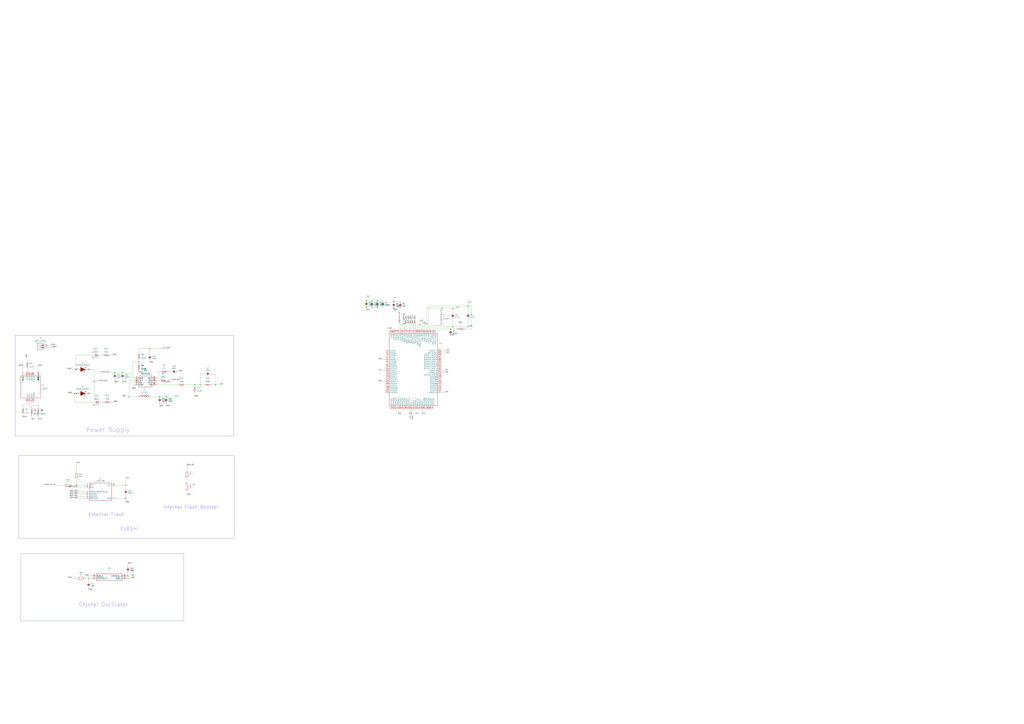
<source format=kicad_sch>
(kicad_sch (version 20250114) (generator "eeschema") (generator_version "9.0")
  (paper "A0")
  (rectangle (start 21.59 528.955) (end 271.78 625.475))
  (rectangle (start 24.13 643.255) (end 213.36 721.36))
  (rectangle (start 17.526 389.636) (end 271.526 506.476))
  (text "External Flash\n" (at 123.444 597.916 0) (effects (font (size 3.81 3.81))))
  (text "Crystal Oscillator" (at 120.142 702.564 0) (effects (font (size 4.318 4.318))))
  (text "Power Supply" (at 125.222 499.618 0) (effects (font (size 5 5))))
  (text "Internal Flash Bootsel\n" (at 221.488 589.28 0) (effects (font (size 3.81 3.81))))
  (text "FLASH" (at 149.352 614.68 0) (effects (font (size 4.318 4.318))))
  (junction (at 109.22 443.23))
  (junction (at 133.35 433.07))
  (junction (at 193.04 461.01))
  (junction (at 438.15 356.87))
  (junction (at 431.8 356.87))
  (junction (at 102.87 671.83))
  (junction (at 513.08 358.14))
  (junction (at 425.45 349.25))
  (junction (at 103.71 429.26))
  (junction (at 87.63 429.26))
  (junction (at 232.41 447.04))
  (junction (at 86.36 457.2))
  (junction (at 142.24 433.07))
  (junction (at 185.42 461.01))
  (junction (at 88.47 457.2))
  (junction (at 525.78 358.14))
  (junction (at 149.86 461.01))
  (junction (at 487.68 377.19))
  (junction (at 161.29 420.37))
  (junction (at 543.56 379.73))
  (junction (at 103.71 457.2))
  (junction (at 457.2 350.52))
  (junction (at 438.15 349.25))
  (junction (at 226.06 447.04))
  (junction (at 88.47 429.26))
  (junction (at 173.99 405.13))
  (junction (at 250.19 447.04))
  (junction (at 525.78 379.73))
  (junction (at 146.05 563.88))
  (junction (at 88.9 563.88))
  (junction (at 148.59 669.29))
  (junction (at 431.8 349.25))
  (junction (at 457.2 358.14))
  (junction (at 543.56 355.6))
  (junction (at 425.45 356.87))
  (junction (at 523.24 382.27))
  (junction (at 146.05 579.12))
  (wire (pts (xy 149.86 461.01) (xy 160.02 461.01)))
  (wire (pts (xy 109.22 443.23) (xy 114.3 443.23)))
  (wire (pts (xy 443.23 430.53) (xy 447.04 430.53)))
  (wire (pts (xy 90.17 566.42) (xy 99.06 566.42)))
  (wire (pts (xy 88.9 563.88) (xy 99.06 563.88)))
  (wire (pts (xy 83.82 429.26) (xy 87.63 429.26)))
  (wire (pts (xy 425.45 356.87) (xy 425.45 360.68)))
  (wire (pts (xy 523.24 382.27) (xy 529.59 382.27)))
  (wire (pts (xy 181.61 444.5) (xy 187.96 444.5)))
  (wire (pts (xy 44.45 483.87) (xy 44.45 487.68)))
  (wire (pts (xy 148.59 655.32) (xy 148.59 657.86)))
  (wire (pts (xy 90.17 579.12) (xy 99.06 579.12)))
  (wire (pts (xy 543.56 379.73) (xy 543.56 370.84)))
  (wire (pts (xy 153.67 447.04) (xy 153.67 452.12)))
  (wire (pts (xy 127 433.07) (xy 133.35 433.07)))
  (wire (pts (xy 425.45 345.44) (xy 425.45 349.25)))
  (wire (pts (xy 86.36 467.36) (xy 109.22 467.36)))
  (wire (pts (xy 148.59 665.48) (xy 148.59 669.29)))
  (wire (pts (xy 457.2 346.71) (xy 457.2 350.52)))
  (wire (pts (xy 134.62 563.88) (xy 146.05 563.88)))
  (wire (pts (xy 109.22 429.26) (xy 109.22 443.23)))
  (wire (pts (xy 161.29 431.8) (xy 161.29 433.07)))
  (wire (pts (xy 146.05 556.26) (xy 146.05 563.88)))
  (wire (pts (xy 102.87 683.26) (xy 102.87 685.8)))
  (wire (pts (xy 502.92 379.73) (xy 525.78 379.73)))
  (wire (pts (xy 462.28 476.25) (xy 462.28 481.33)))
  (wire (pts (xy 173.99 419.1) (xy 173.99 421.64)))
  (wire (pts (xy 102.87 669.29) (xy 106.68 669.29)))
  (wire (pts (xy 217.17 541.02) (xy 217.17 546.1)))
  (wire (pts (xy 438.15 356.87) (xy 444.5 356.87)))
  (wire (pts (xy 26.67 469.9) (xy 26.67 472.44)))
  (wire (pts (xy 26.67 482.6) (xy 26.67 485.14)))
  (wire (pts (xy 147.32 669.29) (xy 148.59 669.29)))
  (wire (pts (xy 525.78 358.14) (xy 529.59 358.14)))
  (wire (pts (xy 500.38 382.27) (xy 500.38 378.46)))
  (wire (pts (xy 513.08 407.67) (xy 518.16 407.67)))
  (wire (pts (xy 184.15 431.8) (xy 185.42 431.8)))
  (wire (pts (xy 480.06 476.25) (xy 480.06 482.6)))
  (wire (pts (xy 103.71 457.2) (xy 109.22 457.2)))
  (wire (pts (xy 250.19 447.04) (xy 255.27 447.04)))
  (wire (pts (xy 83.82 671.83) (xy 88.9 671.83)))
  (wire (pts (xy 26.67 425.45) (xy 26.67 431.8)))
  (wire (pts (xy 146.05 579.12) (xy 146.05 584.2)))
  (wire (pts (xy 502.92 382.27) (xy 502.92 379.73)))
  (wire (pts (xy 215.9 447.04) (xy 226.06 447.04)))
  (wire (pts (xy 205.74 431.8) (xy 208.28 431.8)))
  (wire (pts (xy 116.84 467.36) (xy 119.38 467.36)))
  (wire (pts (xy 156.21 444.5) (xy 149.86 444.5)))
  (wire (pts (xy 482.6 476.25) (xy 482.6 481.33)))
  (wire (pts (xy 467.36 377.19) (xy 467.36 382.27)))
  (wire (pts (xy 474.98 375.92) (xy 474.98 382.27)))
  (wire (pts (xy 431.8 349.25) (xy 438.15 349.25)))
  (wire (pts (xy 194.31 441.96) (xy 198.12 441.96)))
  (wire (pts (xy 513.08 358.14) (xy 525.78 358.14)))
  (wire (pts (xy 87.63 429.26) (xy 88.47 429.26)))
  (wire (pts (xy 161.29 405.13) (xy 173.99 405.13)))
  (wire (pts (xy 146.05 575.31) (xy 146.05 579.12)))
  (wire (pts (xy 217.17 570.23) (xy 217.17 575.31)))
  (wire (pts (xy 161.29 419.1) (xy 161.29 420.37)))
  (wire (pts (xy 31.75 469.9) (xy 26.67 469.9)))
  (wire (pts (xy 539.75 382.27) (xy 547.37 382.27)))
  (wire (pts (xy 44.45 425.45) (xy 44.45 431.8)))
  (wire (pts (xy 185.42 468.63) (xy 185.42 472.44)))
  (wire (pts (xy 469.9 372.11) (xy 469.9 382.27)))
  (wire (pts (xy 88.47 457.2) (xy 88.9 457.2)))
  (wire (pts (xy 477.52 375.92) (xy 477.52 382.27)))
  (wire (pts (xy 513.08 433.07) (xy 516.89 433.07)))
  (wire (pts (xy 36.83 483.87) (xy 36.83 487.68)))
  (wire (pts (xy 161.29 408.94) (xy 161.29 405.13)))
  (wire (pts (xy 83.82 563.88) (xy 88.9 563.88)))
  (wire (pts (xy 464.82 375.92) (xy 464.82 382.27)))
  (wire (pts (xy 115.57 412.75) (xy 118.11 412.75)))
  (wire (pts (xy 480.06 375.92) (xy 480.06 382.27)))
  (wire (pts (xy 102.87 429.26) (xy 103.71 429.26)))
  (wire (pts (xy 232.41 447.04) (xy 232.41 434.34)))
  (wire (pts (xy 513.08 410.21) (xy 518.16 410.21)))
  (wire (pts (xy 153.67 439.42) (xy 153.67 420.37)))
  (wire (pts (xy 250.19 434.34) (xy 250.19 447.04)))
  (wire (pts (xy 55.88 403.86) (xy 59.69 403.86)))
  (wire (pts (xy 181.61 441.96) (xy 184.15 441.96)))
  (wire (pts (xy 485.14 377.19) (xy 487.68 377.19)))
  (wire (pts (xy 185.42 461.01) (xy 193.04 461.01)))
  (wire (pts (xy 232.41 447.04) (xy 236.22 447.04)))
  (wire (pts (xy 34.29 472.44) (xy 36.83 472.44)))
  (wire (pts (xy 156.21 447.04) (xy 153.67 447.04)))
  (wire (pts (xy 102.87 671.83) (xy 106.68 671.83)))
  (wire (pts (xy 487.68 373.38) (xy 487.68 377.19)))
  (wire (pts (xy 543.56 379.73) (xy 544.83 379.73)))
  (wire (pts (xy 250.19 447.04) (xy 246.38 447.04)))
  (wire (pts (xy 513.08 430.53) (xy 516.89 430.53)))
  (wire (pts (xy 133.35 433.07) (xy 142.24 433.07)))
  (wire (pts (xy 184.15 439.42) (xy 184.15 431.8)))
  (wire (pts (xy 226.06 447.04) (xy 232.41 447.04)))
  (wire (pts (xy 36.83 472.44) (xy 36.83 473.71)))
  (wire (pts (xy 495.3 358.14) (xy 495.3 382.27)))
  (wire (pts (xy 31.75 467.36) (xy 31.75 469.9)))
  (wire (pts (xy 443.23 443.23) (xy 447.04 443.23)))
  (wire (pts (xy 134.62 579.12) (xy 146.05 579.12)))
  (wire (pts (xy 181.61 439.42) (xy 184.15 439.42)))
  (wire (pts (xy 431.8 356.87) (xy 438.15 356.87)))
  (wire (pts (xy 490.22 375.92) (xy 490.22 382.27)))
  (wire (pts (xy 146.05 563.88) (xy 146.05 567.69)))
  (wire (pts (xy 64.77 563.88) (xy 73.66 563.88)))
  (wire (pts (xy 543.56 355.6) (xy 547.37 355.6)))
  (wire (pts (xy 86.36 467.36) (xy 86.36 457.2)))
  (wire (pts (xy 547.37 382.27) (xy 547.37 355.6)))
  (wire (pts (xy 495.3 358.14) (xy 513.08 358.14)))
  (wire (pts (xy 87.63 412.75) (xy 107.95 412.75)))
  (wire (pts (xy 34.29 467.36) (xy 34.29 472.44)))
  (wire (pts (xy 482.6 375.92) (xy 482.6 382.27)))
  (wire (pts (xy 55.88 401.32) (xy 59.69 401.32)))
  (wire (pts (xy 161.29 420.37) (xy 161.29 421.64)))
  (wire (pts (xy 193.04 468.63) (xy 193.04 472.44)))
  (wire (pts (xy 173.99 405.13) (xy 173.99 411.48)))
  (wire (pts (xy 142.24 433.07) (xy 151.13 433.07)))
  (wire (pts (xy 457.2 358.14) (xy 457.2 360.68)))
  (wire (pts (xy 128.27 412.75) (xy 130.81 412.75)))
  (wire (pts (xy 36.83 467.36) (xy 36.83 471.17)))
  (wire (pts (xy 226.06 457.2) (xy 226.06 461.01)))
  (wire (pts (xy 156.21 439.42) (xy 153.67 439.42)))
  (wire (pts (xy 147.32 671.83) (xy 152.4 671.83)))
  (wire (pts (xy 146.05 461.01) (xy 149.86 461.01)))
  (wire (pts (xy 525.78 379.73) (xy 525.78 370.84)))
  (wire (pts (xy 102.87 671.83) (xy 102.87 675.64)))
  (wire (pts (xy 477.52 476.25) (xy 477.52 482.6)))
  (wire (pts (xy 90.17 571.5) (xy 99.06 571.5)))
  (wire (pts (xy 109.22 443.23) (xy 109.22 457.2)))
  (wire (pts (xy 88.9 538.48) (xy 88.9 547.37)))
  (wire (pts (xy 129.54 467.36) (xy 132.08 467.36)))
  (wire (pts (xy 153.67 420.37) (xy 161.29 420.37)))
  (wire (pts (xy 133.35 440.69) (xy 133.35 444.5)))
  (wire (pts (xy 525.78 358.14) (xy 525.78 363.22)))
  (wire (pts (xy 457.2 358.14) (xy 464.82 358.14)))
  (wire (pts (xy 148.59 669.29) (xy 152.4 669.29)))
  (wire (pts (xy 88.9 557.53) (xy 88.9 563.88)))
  (wire (pts (xy 31.75 415.29) (xy 31.75 419.1)))
  (wire (pts (xy 151.13 441.96) (xy 156.21 441.96)))
  (wire (pts (xy 193.04 461.01) (xy 203.2 461.01)))
  (wire (pts (xy 36.83 471.17) (xy 44.45 471.17)))
  (wire (pts (xy 543.56 351.79) (xy 543.56 355.6)))
  (wire (pts (xy 487.68 377.19) (xy 487.68 382.27)))
  (wire (pts (xy 102.87 457.2) (xy 103.71 457.2)))
  (wire (pts (xy 173.99 405.13) (xy 187.96 405.13)))
  (wire (pts (xy 103.71 429.26) (xy 109.22 429.26)))
  (wire (pts (xy 525.78 379.73) (xy 543.56 379.73)))
  (wire (pts (xy 175.26 461.01) (xy 185.42 461.01)))
  (wire (pts (xy 472.44 375.92) (xy 472.44 382.27)))
  (wire (pts (xy 497.84 355.6) (xy 543.56 355.6)))
  (wire (pts (xy 513.08 455.93) (xy 516.89 455.93)))
  (wire (pts (xy 485.14 377.19) (xy 485.14 382.27)))
  (wire (pts (xy 83.82 457.2) (xy 86.36 457.2)))
  (wire (pts (xy 425.45 356.87) (xy 431.8 356.87)))
  (wire (pts (xy 425.45 349.25) (xy 431.8 349.25)))
  (wire (pts (xy 438.15 349.25) (xy 444.5 349.25)))
  (wire (pts (xy 151.13 433.07) (xy 151.13 441.96)))
  (wire (pts (xy 474.98 476.25) (xy 474.98 481.33)))
  (wire (pts (xy 457.2 350.52) (xy 464.82 350.52)))
  (wire (pts (xy 87.63 412.75) (xy 87.63 429.26)))
  (wire (pts (xy 31.75 429.26) (xy 31.75 431.8)))
  (wire (pts (xy 181.61 447.04) (xy 205.74 447.04)))
  (wire (pts (xy 99.06 671.83) (xy 102.87 671.83)))
  (wire (pts (xy 245.11 434.34) (xy 250.19 434.34)))
  (wire (pts (xy 217.17 556.26) (xy 217.17 560.07)))
  (wire (pts (xy 505.46 382.27) (xy 523.24 382.27)))
  (wire (pts (xy 88.47 429.26) (xy 88.9 429.26)))
  (wire (pts (xy 90.17 574.04) (xy 99.06 574.04)))
  (wire (pts (xy 443.23 417.83) (xy 447.04 417.83)))
  (wire (pts (xy 195.58 431.8) (xy 198.12 431.8)))
  (wire (pts (xy 142.24 440.69) (xy 142.24 444.5)))
  (wire (pts (xy 497.84 382.27) (xy 497.84 355.6)))
  (wire (pts (xy 90.17 576.58) (xy 99.06 576.58)))
  (wire (pts (xy 86.36 457.2) (xy 88.47 457.2)))
  (wire (pts (xy 44.45 471.17) (xy 44.45 473.71)))
  (wire (pts (xy 543.56 355.6) (xy 543.56 363.22)))
  (wire (pts (xy 500.38 378.46) (xy 513.08 378.46)))
  (wire (pts (xy 232.41 434.34) (xy 237.49 434.34)))
  (wire (pts (xy 490.22 476.25) (xy 490.22 481.33)))
  (wire (pts (xy 149.86 444.5) (xy 149.86 461.01)))
  (wire (pts (xy 492.76 377.19) (xy 492.76 382.27)))
  (label "QSPI_SCLK" (at 480.06 375.92 90))
  (label "GND" (at 152.4 671.83 0))
  (label "QSPI_SS" (at 469.9 372.11 90))
  (label "V_BATT" (at 83.82 429.26 180))
  (label "FLASH_EXT_CS" (at 464.82 375.92 90))
  (label "QSPI_SD0" (at 90.17 574.04 180))
  (label "GND" (at 454.66 382.27 180))
  (label "3v3" (at 88.9 538.48 0))
  (label "GND" (at 153.67 452.12 0))
  (label "D_P" (at 490.22 375.92 0))
  (label "XIN" (at 152.4 669.29 0))
  (label "1v1" (at 443.23 430.53 180))
  (label "GND" (at 26.67 485.14 0))
  (label "GND" (at 59.69 401.32 0))
  (label "QSPI_SS" (at 217.17 541.02 0))
  (label "1v1" (at 482.6 481.33 0))
  (label "D_M" (at 492.76 377.19 0))
  (label "QSPI_SD1" (at 472.44 375.92 90))
  (label "3v3" (at 543.56 351.79 0))
  (label "QSPI_SD2" (at 474.98 375.92 90))
  (label "GND" (at 161.29 433.07 0))
  (label "GND" (at 44.45 425.45 0))
  (label "3v3" (at 518.16 407.67 0))
  (label "3v3" (at 516.89 455.93 0))
  (label "V_MUX_OUT" (at 127 433.07 180))
  (label "3v3" (at 462.28 481.33 0))
  (label "GND" (at 173.99 421.64 0))
  (label "GND" (at 102.87 685.8 0))
  (label "3v3" (at 443.23 417.83 180))
  (label "XIN" (at 477.52 482.6 270))
  (label "1v1" (at 457.2 346.71 0))
  (label "3v3" (at 443.23 443.23 180))
  (label "V_CC_AAM" (at 187.96 444.5 0))
  (label "BST" (at 146.05 461.01 180))
  (label "D_P" (at 36.83 487.68 0))
  (label "QSPI_SD0" (at 477.52 375.92 90))
  (label "3v3" (at 516.89 433.07 0))
  (label "GND" (at 523.24 389.89 0))
  (label "QSPI_SD3" (at 482.6 375.92 90))
  (label "D_M" (at 44.45 487.68 0))
  (label "GND" (at 133.35 444.5 0))
  (label "QSPI_SD3" (at 90.17 571.5 180))
  (label "V_BATT" (at 59.69 403.86 0))
  (label "GND" (at 132.08 467.36 0))
  (label "QSPI_SD1" (at 90.17 576.58 180))
  (label "XOUT" (at 83.82 671.83 180))
  (label "XOUT" (at 480.06 482.6 270))
  (label "V_CC_AAM" (at 187.96 405.13 0))
  (label "GND" (at 185.42 472.44 0))
  (label "GND" (at 457.2 360.68 0))
  (label "GND" (at 102.87 669.29 180))
  (label "1v1" (at 516.89 430.53 0))
  (label "GND" (at 226.06 461.01 0))
  (label "GND" (at 217.17 575.31 0))
  (label "GND" (at 544.83 379.73 0))
  (label "3v3" (at 467.36 377.19 0))
  (label "V_MUX_OUT" (at 198.12 441.96 0))
  (label "3v3" (at 146.05 556.26 0))
  (label "3v3" (at 474.98 481.33 0))
  (label "3v3" (at 203.2 461.01 0))
  (label "GND" (at 146.05 584.2 0))
  (label "FLASH_EXT_CS" (at 64.77 563.88 180))
  (label "3v3" (at 490.22 481.33 0))
  (label "GND" (at 193.04 472.44 0))
  (label "GND" (at 425.45 360.68 0))
  (label "V_MUX_OUT" (at 114.3 443.23 0))
  (label "QSPI_SD2" (at 90.17 579.12 180))
  (label "BST" (at 208.28 431.8 0))
  (label "3v3" (at 518.16 410.21 0))
  (label "GND" (at 130.81 412.75 0))
  (label "GND" (at 31.75 415.29 90))
  (label "3v3" (at 425.45 345.44 0))
  (label "1v1" (at 529.59 358.14 0))
  (label "3v3" (at 487.68 373.38 0))
  (label "3v3" (at 255.27 447.04 0))
  (label "GND" (at 148.59 655.32 0))
  (label "GND" (at 142.24 444.5 0))
  (label "VBUS" (at 83.82 457.2 180))
  (label "VBUS" (at 26.67 425.45 180))
  (label "QSPI_SCLK" (at 90.17 566.42 180))
  (symbol (lib_id "LQM2MPN3R3NG0L:LQM2MPN3R3NG0L") (at 513.08 378.46 90) (unit 1)
    (property "Reference" "L1" (at 514.35 366.395 90) (effects (font (size 1.778 1.5113)) (justify right)))
    (property "Value" "3.3uH" (at 514.35 370.205 90) (effects (font (size 1.778 1.5113)) (justify right)))
    (property "Footprint" "LQM2MPN3R3NG0L:LQM2MPN1R0NG0L" (effects (hide yes)))
    (property "Description" "Murata LQW2MP_G0 Series 3300 nH +/-30% Ferrite Multilayer SMD Inductor, 0806 Case, SRF: 0.03GHz 1200mA dc 150m Rdc\n\nSource: https://search.murata.co.jp/Ceramy/image/img/P02/JELF243B-0022.pdf  Datasheet" (effects (hide yes)))
  )
  (symbol (lib_id "adafruit:R-US_R0603") (at 161.29 426.72 90) (unit 1)
    (property "Reference" "R9" (at 163.83 424.815 90) (effects (font (size 1.778 1.5113)) (justify right)))
    (property "Value" "9.09k" (at 163.83 428.625 90) (effects (font (size 1.778 1.5113)) (justify right)))
    (property "Footprint" "adafruit:R0603" (effects (hide yes)))
    (property "Description" "RESISTOR, American symbol" (effects (hide yes)))
  )
  (symbol (lib_id "microbuilder:CAP_CERAMIC0603") (at 525.78 368.3 0) (unit 1)
    (property "Reference" "C8" (at 528.32 365.7599 0) (effects (justify left)))
    (property "Value" "4.7uF" (at 528.32 368.2999 0) (effects (justify left)))
    (property "Footprint" "microbuilder:0603" (effects (hide yes)))
    (property "Description" "Ceramic Capacitors\n\n0402 - 0402 Surface Mount Capacitors\n\n• 16pF 50V 5% [Digikey: 445-4899-2-ND]\n• 18pF 50V 5% [Digikey: 490-1281-2-ND]\n• 22pF 50V 5% [Digikey: 490-1283-2-ND]\n• 68pF 50V 5% [Digikey: 490-1289-2-ND]\n• 0.1uF 10V 10% [Digikey: 490-1318-2-ND]\n• 1.0uF 6.3V 10% [Digikey: 490-1320-2-ND]\n\n0603 - 0603 Surface Mount Capacitors\n\n• 16 pF 50V 5% [Digikey: 445-5051-2-ND]\n• 22 pF 50V [Digikey: PCC220ACVTR-ND]\n• 33 pF 50V 5% [Digikey: 490-1415-1-ND]\n• 56pF 50V 5% [Digikey: 490-1421-1-ND]\n• 220pF 50V 5% [Digikey: 445-1285-1-ND]\n• 680 pF 50V\n• 2200 pF 50V 5% C0G [Digikey: 445-1297-1-ND]\n• 5600 pF 100V 5% X7R [Digikey: 478-3711-1-ND]\n• 0.1 µF 25V 10% [Digikey: PCC2277TR-ND]\n• 0.22 µF 16V 10% X7R [Digikey: 445-1318-1-ND]\n• 1.0 µF 25V 10% [Digikey: 445-5146-2-ND]\n\n0603 - RF Specific\n\n• 3pF 250V +/-0.1pF RF [Digikey: 712-1347-1-ND]\n• 18 pF 250V 5%  [Digikey: 478-3505-1-ND or 712-1322-1-ND]\n• 56 pF 250V 5% C0G RF [Digikey: 490-4867-1-ND]\n• 68 pF 250V RF [Digikey: 490-4868-1-ND]\n\n0805 - 0805 Surface Mount Capacitors\n\n• 220 pF 250V 2% RF Ceramic Capacitor [Digikey: 712-1398-1-ND]\n• 1000 pF 50V 2% NP0 Ceramic Capacitor [Digikey: 478-3760-1-ND]\n• 0.1 µF 25V 10% Ceramic Capacitor [Digikey: PCC1828TR-ND]\n• 1.0 µF 16V 10% Ceramic Capacitor[Digikey: 490-1691-2-ND]\n• 10.0 µF 10V 10% Ceramic Capacitor[Digikey: 709-1228-1-ND]\n• 10.0 uF 16V 10% Ceramic Capacitor [Digikey: 478-5165-2-ND]\n• 47 uF 6.3V 20% Ceramic Capacitor [Digikey: 587-1779-1-ND or 399-5506-1-ND]\n\n1206 - 1206 Surface Mount Capacitors\n\n• 47uF 10V 20% Ceramic Capacitor [Digikey: 490-5528-1-ND or 399-5508-1-ND or 445-6010-1-ND]\n• 100uF 6.3V -20%, +80% Y5V Ceramic Capacitor (Digikey: 490-4512-1-ND, Mouser: 81-GRM31CF50J107ZE1L)" (effects (hide yes)))
  )
  (symbol (lib_id "microbuilder:CAP_CERAMIC0603") (at 203.2 431.8 90) (unit 1)
    (property "Reference" "C18" (at 201.93 425.45 90))
    (property "Value" "100nF" (at 201.93 427.99 90))
    (property "Footprint" "microbuilder:0603" (effects (hide yes)))
    (property "Description" "Ceramic Capacitors\n\n0402 - 0402 Surface Mount Capacitors\n\n• 16pF 50V 5% [Digikey: 445-4899-2-ND]\n• 18pF 50V 5% [Digikey: 490-1281-2-ND]\n• 22pF 50V 5% [Digikey: 490-1283-2-ND]\n• 68pF 50V 5% [Digikey: 490-1289-2-ND]\n• 0.1uF 10V 10% [Digikey: 490-1318-2-ND]\n• 1.0uF 6.3V 10% [Digikey: 490-1320-2-ND]\n\n0603 - 0603 Surface Mount Capacitors\n\n• 16 pF 50V 5% [Digikey: 445-5051-2-ND]\n• 22 pF 50V [Digikey: PCC220ACVTR-ND]\n• 33 pF 50V 5% [Digikey: 490-1415-1-ND]\n• 56pF 50V 5% [Digikey: 490-1421-1-ND]\n• 220pF 50V 5% [Digikey: 445-1285-1-ND]\n• 680 pF 50V\n• 2200 pF 50V 5% C0G [Digikey: 445-1297-1-ND]\n• 5600 pF 100V 5% X7R [Digikey: 478-3711-1-ND]\n• 0.1 µF 25V 10% [Digikey: PCC2277TR-ND]\n• 0.22 µF 16V 10% X7R [Digikey: 445-1318-1-ND]\n• 1.0 µF 25V 10% [Digikey: 445-5146-2-ND]\n\n0603 - RF Specific\n\n• 3pF 250V +/-0.1pF RF [Digikey: 712-1347-1-ND]\n• 18 pF 250V 5%  [Digikey: 478-3505-1-ND or 712-1322-1-ND]\n• 56 pF 250V 5% C0G RF [Digikey: 490-4867-1-ND]\n• 68 pF 250V RF [Digikey: 490-4868-1-ND]\n\n0805 - 0805 Surface Mount Capacitors\n\n• 220 pF 250V 2% RF Ceramic Capacitor [Digikey: 712-1398-1-ND]\n• 1000 pF 50V 2% NP0 Ceramic Capacitor [Digikey: 478-3760-1-ND]\n• 0.1 µF 25V 10% Ceramic Capacitor [Digikey: PCC1828TR-ND]\n• 1.0 µF 16V 10% Ceramic Capacitor[Digikey: 490-1691-2-ND]\n• 10.0 µF 10V 10% Ceramic Capacitor[Digikey: 709-1228-1-ND]\n• 10.0 uF 16V 10% Ceramic Capacitor [Digikey: 478-5165-2-ND]\n• 47 uF 6.3V 20% Ceramic Capacitor [Digikey: 587-1779-1-ND or 399-5506-1-ND]\n\n1206 - 1206 Surface Mount Capacitors\n\n• 47uF 10V 20% Ceramic Capacitor [Digikey: 490-5528-1-ND or 399-5508-1-ND or 445-6010-1-ND]\n• 100uF 6.3V -20%, +80% Y5V Ceramic Capacitor (Digikey: 490-4512-1-ND, Mouser: 81-GRM31CF50J107ZE1L)" (effects (hide yes)))
  )
  (symbol (lib_id "adafruit:R-US_R0603") (at 190.5 431.8 0) (unit 1)
    (property "Reference" "R7" (at 190.5 424.18 0) (effects (font (size 1.778 1.5113))))
    (property "Value" "10" (at 190.5 427.99 0) (effects (font (size 1.778 1.5113))))
    (property "Footprint" "adafruit:R0603" (effects (hide yes)))
    (property "Description" "RESISTOR, American symbol" (effects (hide yes)))
  )
  (symbol (lib_id "XT60-M:XT60-M") (at 50.8 401.32 180) (unit 1)
    (property "Reference" "J2" (at 46.99 392.43 0) (effects (font (size 1.778 1.5113))))
    (property "Value" "BATT_CONN" (at 46.99 396.24 0) (effects (font (size 1.778 1.5113))))
    (property "Footprint" "XT60-M:AMASS_XT60-M" (effects (hide yes)))
    (property "Description" "https://pricing.snapeda.com/parts/XT60-M/AMASS/view-part?ref=eda Check availability" (effects (hide yes)))
  )
  (symbol (lib_id "adafruit:R-US_R0603") (at 534.67 382.27 0) (unit 1)
    (property "Reference" "R1" (at 534.67 374.65 0) (effects (font (size 1.778 1.5113))))
    (property "Value" "~" (at 534.67 378.46 0) (effects (font (size 1.778 1.5113))))
    (property "Footprint" "adafruit:R0603" (effects (hide yes)))
    (property "Description" "RESISTOR, American symbol" (effects (hide yes)))
  )
  (symbol (lib_id "microbuilder:CAP_CERAMIC0603") (at 431.8 354.33 0) (unit 1)
    (property "Reference" "C2" (at 434.34 351.7899 0) (effects (justify left)))
    (property "Value" "100nF" (at 434.34 354.3299 0) (effects (justify left)))
    (property "Footprint" "microbuilder:0603" (effects (hide yes)))
    (property "Description" "Ceramic Capacitors\n\n0402 - 0402 Surface Mount Capacitors\n\n• 16pF 50V 5% [Digikey: 445-4899-2-ND]\n• 18pF 50V 5% [Digikey: 490-1281-2-ND]\n• 22pF 50V 5% [Digikey: 490-1283-2-ND]\n• 68pF 50V 5% [Digikey: 490-1289-2-ND]\n• 0.1uF 10V 10% [Digikey: 490-1318-2-ND]\n• 1.0uF 6.3V 10% [Digikey: 490-1320-2-ND]\n\n0603 - 0603 Surface Mount Capacitors\n\n• 16 pF 50V 5% [Digikey: 445-5051-2-ND]\n• 22 pF 50V [Digikey: PCC220ACVTR-ND]\n• 33 pF 50V 5% [Digikey: 490-1415-1-ND]\n• 56pF 50V 5% [Digikey: 490-1421-1-ND]\n• 220pF 50V 5% [Digikey: 445-1285-1-ND]\n• 680 pF 50V\n• 2200 pF 50V 5% C0G [Digikey: 445-1297-1-ND]\n• 5600 pF 100V 5% X7R [Digikey: 478-3711-1-ND]\n• 0.1 µF 25V 10% [Digikey: PCC2277TR-ND]\n• 0.22 µF 16V 10% X7R [Digikey: 445-1318-1-ND]\n• 1.0 µF 25V 10% [Digikey: 445-5146-2-ND]\n\n0603 - RF Specific\n\n• 3pF 250V +/-0.1pF RF [Digikey: 712-1347-1-ND]\n• 18 pF 250V 5%  [Digikey: 478-3505-1-ND or 712-1322-1-ND]\n• 56 pF 250V 5% C0G RF [Digikey: 490-4867-1-ND]\n• 68 pF 250V RF [Digikey: 490-4868-1-ND]\n\n0805 - 0805 Surface Mount Capacitors\n\n• 220 pF 250V 2% RF Ceramic Capacitor [Digikey: 712-1398-1-ND]\n• 1000 pF 50V 2% NP0 Ceramic Capacitor [Digikey: 478-3760-1-ND]\n• 0.1 µF 25V 10% Ceramic Capacitor [Digikey: PCC1828TR-ND]\n• 1.0 µF 16V 10% Ceramic Capacitor[Digikey: 490-1691-2-ND]\n• 10.0 µF 10V 10% Ceramic Capacitor[Digikey: 709-1228-1-ND]\n• 10.0 uF 16V 10% Ceramic Capacitor [Digikey: 478-5165-2-ND]\n• 47 uF 6.3V 20% Ceramic Capacitor [Digikey: 587-1779-1-ND or 399-5506-1-ND]\n\n1206 - 1206 Surface Mount Capacitors\n\n• 47uF 10V 20% Ceramic Capacitor [Digikey: 490-5528-1-ND or 399-5508-1-ND or 445-6010-1-ND]\n• 100uF 6.3V -20%, +80% Y5V Ceramic Capacitor (Digikey: 490-4512-1-ND, Mouser: 81-GRM31CF50J107ZE1L)" (effects (hide yes)))
  )
  (symbol (lib_id "microbuilder:CAP_CERAMIC0603") (at 425.45 354.33 0) (unit 1)
    (property "Reference" "C1" (at 427.99 351.7899 0) (effects (justify left)))
    (property "Value" "100nF" (at 427.99 354.3299 0) (effects (justify left)))
    (property "Footprint" "microbuilder:0603" (effects (hide yes)))
    (property "Description" "Ceramic Capacitors\n\n0402 - 0402 Surface Mount Capacitors\n\n• 16pF 50V 5% [Digikey: 445-4899-2-ND]\n• 18pF 50V 5% [Digikey: 490-1281-2-ND]\n• 22pF 50V 5% [Digikey: 490-1283-2-ND]\n• 68pF 50V 5% [Digikey: 490-1289-2-ND]\n• 0.1uF 10V 10% [Digikey: 490-1318-2-ND]\n• 1.0uF 6.3V 10% [Digikey: 490-1320-2-ND]\n\n0603 - 0603 Surface Mount Capacitors\n\n• 16 pF 50V 5% [Digikey: 445-5051-2-ND]\n• 22 pF 50V [Digikey: PCC220ACVTR-ND]\n• 33 pF 50V 5% [Digikey: 490-1415-1-ND]\n• 56pF 50V 5% [Digikey: 490-1421-1-ND]\n• 220pF 50V 5% [Digikey: 445-1285-1-ND]\n• 680 pF 50V\n• 2200 pF 50V 5% C0G [Digikey: 445-1297-1-ND]\n• 5600 pF 100V 5% X7R [Digikey: 478-3711-1-ND]\n• 0.1 µF 25V 10% [Digikey: PCC2277TR-ND]\n• 0.22 µF 16V 10% X7R [Digikey: 445-1318-1-ND]\n• 1.0 µF 25V 10% [Digikey: 445-5146-2-ND]\n\n0603 - RF Specific\n\n• 3pF 250V +/-0.1pF RF [Digikey: 712-1347-1-ND]\n• 18 pF 250V 5%  [Digikey: 478-3505-1-ND or 712-1322-1-ND]\n• 56 pF 250V 5% C0G RF [Digikey: 490-4867-1-ND]\n• 68 pF 250V RF [Digikey: 490-4868-1-ND]\n\n0805 - 0805 Surface Mount Capacitors\n\n• 220 pF 250V 2% RF Ceramic Capacitor [Digikey: 712-1398-1-ND]\n• 1000 pF 50V 2% NP0 Ceramic Capacitor [Digikey: 478-3760-1-ND]\n• 0.1 µF 25V 10% Ceramic Capacitor [Digikey: PCC1828TR-ND]\n• 1.0 µF 16V 10% Ceramic Capacitor[Digikey: 490-1691-2-ND]\n• 10.0 µF 10V 10% Ceramic Capacitor[Digikey: 709-1228-1-ND]\n• 10.0 uF 16V 10% Ceramic Capacitor [Digikey: 478-5165-2-ND]\n• 47 uF 6.3V 20% Ceramic Capacitor [Digikey: 587-1779-1-ND or 399-5506-1-ND]\n\n1206 - 1206 Surface Mount Capacitors\n\n• 47uF 10V 20% Ceramic Capacitor [Digikey: 490-5528-1-ND or 399-5508-1-ND or 445-6010-1-ND]\n• 100uF 6.3V -20%, +80% Y5V Ceramic Capacitor (Digikey: 490-4512-1-ND, Mouser: 81-GRM31CF50J107ZE1L)" (effects (hide yes)))
  )
  (symbol (lib_id "adafruit:R-US_R0603") (at 26.67 477.52 90) (unit 1)
    (property "Reference" "R3" (at 29.21 475.615 90) (effects (font (size 1.778 1.5113)) (justify right)))
    (property "Value" "5.1k" (at 29.21 479.425 90) (effects (font (size 1.778 1.5113)) (justify right)))
    (property "Footprint" "adafruit:R0603" (effects (hide yes)))
    (property "Description" "RESISTOR, American symbol" (effects (hide yes)))
  )
  (symbol (lib_id "adafruit:R-US_R0603") (at 161.29 414.02 90) (unit 1)
    (property "Reference" "R8" (at 163.83 412.115 90) (effects (font (size 1.778 1.5113)) (justify right)))
    (property "Value" "100k" (at 163.83 415.925 90) (effects (font (size 1.778 1.5113)) (justify right)))
    (property "Footprint" "adafruit:R0603" (effects (hide yes)))
    (property "Description" "RESISTOR, American symbol" (effects (hide yes)))
  )
  (symbol (lib_id "microbuilder:CAP_CERAMIC0603") (at 173.99 414.02 180) (unit 1)
    (property "Reference" "C19" (at 176.53 414.0199 0) (effects (justify right)))
    (property "Value" "100nF" (at 176.53 416.5599 0) (effects (justify right)))
    (property "Footprint" "microbuilder:0603" (effects (hide yes)))
    (property "Description" "Ceramic Capacitors\n\n0402 - 0402 Surface Mount Capacitors\n\n• 16pF 50V 5% [Digikey: 445-4899-2-ND]\n• 18pF 50V 5% [Digikey: 490-1281-2-ND]\n• 22pF 50V 5% [Digikey: 490-1283-2-ND]\n• 68pF 50V 5% [Digikey: 490-1289-2-ND]\n• 0.1uF 10V 10% [Digikey: 490-1318-2-ND]\n• 1.0uF 6.3V 10% [Digikey: 490-1320-2-ND]\n\n0603 - 0603 Surface Mount Capacitors\n\n• 16 pF 50V 5% [Digikey: 445-5051-2-ND]\n• 22 pF 50V [Digikey: PCC220ACVTR-ND]\n• 33 pF 50V 5% [Digikey: 490-1415-1-ND]\n• 56pF 50V 5% [Digikey: 490-1421-1-ND]\n• 220pF 50V 5% [Digikey: 445-1285-1-ND]\n• 680 pF 50V\n• 2200 pF 50V 5% C0G [Digikey: 445-1297-1-ND]\n• 5600 pF 100V 5% X7R [Digikey: 478-3711-1-ND]\n• 0.1 µF 25V 10% [Digikey: PCC2277TR-ND]\n• 0.22 µF 16V 10% X7R [Digikey: 445-1318-1-ND]\n• 1.0 µF 25V 10% [Digikey: 445-5146-2-ND]\n\n0603 - RF Specific\n\n• 3pF 250V +/-0.1pF RF [Digikey: 712-1347-1-ND]\n• 18 pF 250V 5%  [Digikey: 478-3505-1-ND or 712-1322-1-ND]\n• 56 pF 250V 5% C0G RF [Digikey: 490-4867-1-ND]\n• 68 pF 250V RF [Digikey: 490-4868-1-ND]\n\n0805 - 0805 Surface Mount Capacitors\n\n• 220 pF 250V 2% RF Ceramic Capacitor [Digikey: 712-1398-1-ND]\n• 1000 pF 50V 2% NP0 Ceramic Capacitor [Digikey: 478-3760-1-ND]\n• 0.1 µF 25V 10% Ceramic Capacitor [Digikey: PCC1828TR-ND]\n• 1.0 µF 16V 10% Ceramic Capacitor[Digikey: 490-1691-2-ND]\n• 10.0 µF 10V 10% Ceramic Capacitor[Digikey: 709-1228-1-ND]\n• 10.0 uF 16V 10% Ceramic Capacitor [Digikey: 478-5165-2-ND]\n• 47 uF 6.3V 20% Ceramic Capacitor [Digikey: 587-1779-1-ND or 399-5506-1-ND]\n\n1206 - 1206 Surface Mount Capacitors\n\n• 47uF 10V 20% Ceramic Capacitor [Digikey: 490-5528-1-ND or 399-5508-1-ND or 445-6010-1-ND]\n• 100uF 6.3V -20%, +80% Y5V Ceramic Capacitor (Digikey: 490-4512-1-ND, Mouser: 81-GRM31CF50J107ZE1L)" (effects (hide yes)))
  )
  (symbol (lib_id "microbuilder:CAP_CERAMIC0603") (at 148.59 662.94 0) (unit 1)
    (property "Reference" "C12" (at 151.13 660.3999 0) (effects (justify left)))
    (property "Value" "18pF" (at 151.13 662.9399 0) (effects (justify left)))
    (property "Footprint" "microbuilder:0603" (effects (hide yes)))
    (property "Description" "Ceramic Capacitors\n\n0402 - 0402 Surface Mount Capacitors\n\n• 16pF 50V 5% [Digikey: 445-4899-2-ND]\n• 18pF 50V 5% [Digikey: 490-1281-2-ND]\n• 22pF 50V 5% [Digikey: 490-1283-2-ND]\n• 68pF 50V 5% [Digikey: 490-1289-2-ND]\n• 0.1uF 10V 10% [Digikey: 490-1318-2-ND]\n• 1.0uF 6.3V 10% [Digikey: 490-1320-2-ND]\n\n0603 - 0603 Surface Mount Capacitors\n\n• 16 pF 50V 5% [Digikey: 445-5051-2-ND]\n• 22 pF 50V [Digikey: PCC220ACVTR-ND]\n• 33 pF 50V 5% [Digikey: 490-1415-1-ND]\n• 56pF 50V 5% [Digikey: 490-1421-1-ND]\n• 220pF 50V 5% [Digikey: 445-1285-1-ND]\n• 680 pF 50V\n• 2200 pF 50V 5% C0G [Digikey: 445-1297-1-ND]\n• 5600 pF 100V 5% X7R [Digikey: 478-3711-1-ND]\n• 0.1 µF 25V 10% [Digikey: PCC2277TR-ND]\n• 0.22 µF 16V 10% X7R [Digikey: 445-1318-1-ND]\n• 1.0 µF 25V 10% [Digikey: 445-5146-2-ND]\n\n0603 - RF Specific\n\n• 3pF 250V +/-0.1pF RF [Digikey: 712-1347-1-ND]\n• 18 pF 250V 5%  [Digikey: 478-3505-1-ND or 712-1322-1-ND]\n• 56 pF 250V 5% C0G RF [Digikey: 490-4867-1-ND]\n• 68 pF 250V RF [Digikey: 490-4868-1-ND]\n\n0805 - 0805 Surface Mount Capacitors\n\n• 220 pF 250V 2% RF Ceramic Capacitor [Digikey: 712-1398-1-ND]\n• 1000 pF 50V 2% NP0 Ceramic Capacitor [Digikey: 478-3760-1-ND]\n• 0.1 µF 25V 10% Ceramic Capacitor [Digikey: PCC1828TR-ND]\n• 1.0 µF 16V 10% Ceramic Capacitor[Digikey: 490-1691-2-ND]\n• 10.0 µF 10V 10% Ceramic Capacitor[Digikey: 709-1228-1-ND]\n• 10.0 uF 16V 10% Ceramic Capacitor [Digikey: 478-5165-2-ND]\n• 47 uF 6.3V 20% Ceramic Capacitor [Digikey: 587-1779-1-ND or 399-5506-1-ND]\n\n1206 - 1206 Surface Mount Capacitors\n\n• 47uF 10V 20% Ceramic Capacitor [Digikey: 490-5528-1-ND or 399-5508-1-ND or 445-6010-1-ND]\n• 100uF 6.3V -20%, +80% Y5V Ceramic Capacitor (Digikey: 490-4512-1-ND, Mouser: 81-GRM31CF50J107ZE1L)" (effects (hide yes)))
  )
  (symbol (lib_id "microbuilder:CAP_CERAMIC0603") (at 523.24 387.35 0) (unit 1)
    (property "Reference" "C7" (at 525.78 384.8099 0) (effects (justify left)))
    (property "Value" "4.7uF" (at 525.78 387.3499 0) (effects (justify left)))
    (property "Footprint" "microbuilder:0603" (effects (hide yes)))
    (property "Description" "Ceramic Capacitors\n\n0402 - 0402 Surface Mount Capacitors\n\n• 16pF 50V 5% [Digikey: 445-4899-2-ND]\n• 18pF 50V 5% [Digikey: 490-1281-2-ND]\n• 22pF 50V 5% [Digikey: 490-1283-2-ND]\n• 68pF 50V 5% [Digikey: 490-1289-2-ND]\n• 0.1uF 10V 10% [Digikey: 490-1318-2-ND]\n• 1.0uF 6.3V 10% [Digikey: 490-1320-2-ND]\n\n0603 - 0603 Surface Mount Capacitors\n\n• 16 pF 50V 5% [Digikey: 445-5051-2-ND]\n• 22 pF 50V [Digikey: PCC220ACVTR-ND]\n• 33 pF 50V 5% [Digikey: 490-1415-1-ND]\n• 56pF 50V 5% [Digikey: 490-1421-1-ND]\n• 220pF 50V 5% [Digikey: 445-1285-1-ND]\n• 680 pF 50V\n• 2200 pF 50V 5% C0G [Digikey: 445-1297-1-ND]\n• 5600 pF 100V 5% X7R [Digikey: 478-3711-1-ND]\n• 0.1 µF 25V 10% [Digikey: PCC2277TR-ND]\n• 0.22 µF 16V 10% X7R [Digikey: 445-1318-1-ND]\n• 1.0 µF 25V 10% [Digikey: 445-5146-2-ND]\n\n0603 - RF Specific\n\n• 3pF 250V +/-0.1pF RF [Digikey: 712-1347-1-ND]\n• 18 pF 250V 5%  [Digikey: 478-3505-1-ND or 712-1322-1-ND]\n• 56 pF 250V 5% C0G RF [Digikey: 490-4867-1-ND]\n• 68 pF 250V RF [Digikey: 490-4868-1-ND]\n\n0805 - 0805 Surface Mount Capacitors\n\n• 220 pF 250V 2% RF Ceramic Capacitor [Digikey: 712-1398-1-ND]\n• 1000 pF 50V 2% NP0 Ceramic Capacitor [Digikey: 478-3760-1-ND]\n• 0.1 µF 25V 10% Ceramic Capacitor [Digikey: PCC1828TR-ND]\n• 1.0 µF 16V 10% Ceramic Capacitor[Digikey: 490-1691-2-ND]\n• 10.0 µF 10V 10% Ceramic Capacitor[Digikey: 709-1228-1-ND]\n• 10.0 uF 16V 10% Ceramic Capacitor [Digikey: 478-5165-2-ND]\n• 47 uF 6.3V 20% Ceramic Capacitor [Digikey: 587-1779-1-ND or 399-5506-1-ND]\n\n1206 - 1206 Surface Mount Capacitors\n\n• 47uF 10V 20% Ceramic Capacitor [Digikey: 490-5528-1-ND or 399-5508-1-ND or 445-6010-1-ND]\n• 100uF 6.3V -20%, +80% Y5V Ceramic Capacitor (Digikey: 490-4512-1-ND, Mouser: 81-GRM31CF50J107ZE1L)" (effects (hide yes)))
  )
  (symbol (lib_id "microbuilder:CAP_CERAMIC0603") (at 146.05 572.77 0) (unit 1)
    (property "Reference" "C10" (at 148.59 570.2299 0) (effects (justify left)))
    (property "Value" "100nF" (at 148.59 572.7699 0) (effects (justify left)))
    (property "Footprint" "microbuilder:0603" (effects (hide yes)))
    (property "Description" "Ceramic Capacitors\n\n0402 - 0402 Surface Mount Capacitors\n\n• 16pF 50V 5% [Digikey: 445-4899-2-ND]\n• 18pF 50V 5% [Digikey: 490-1281-2-ND]\n• 22pF 50V 5% [Digikey: 490-1283-2-ND]\n• 68pF 50V 5% [Digikey: 490-1289-2-ND]\n• 0.1uF 10V 10% [Digikey: 490-1318-2-ND]\n• 1.0uF 6.3V 10% [Digikey: 490-1320-2-ND]\n\n0603 - 0603 Surface Mount Capacitors\n\n• 16 pF 50V 5% [Digikey: 445-5051-2-ND]\n• 22 pF 50V [Digikey: PCC220ACVTR-ND]\n• 33 pF 50V 5% [Digikey: 490-1415-1-ND]\n• 56pF 50V 5% [Digikey: 490-1421-1-ND]\n• 220pF 50V 5% [Digikey: 445-1285-1-ND]\n• 680 pF 50V\n• 2200 pF 50V 5% C0G [Digikey: 445-1297-1-ND]\n• 5600 pF 100V 5% X7R [Digikey: 478-3711-1-ND]\n• 0.1 µF 25V 10% [Digikey: PCC2277TR-ND]\n• 0.22 µF 16V 10% X7R [Digikey: 445-1318-1-ND]\n• 1.0 µF 25V 10% [Digikey: 445-5146-2-ND]\n\n0603 - RF Specific\n\n• 3pF 250V +/-0.1pF RF [Digikey: 712-1347-1-ND]\n• 18 pF 250V 5%  [Digikey: 478-3505-1-ND or 712-1322-1-ND]\n• 56 pF 250V 5% C0G RF [Digikey: 490-4867-1-ND]\n• 68 pF 250V RF [Digikey: 490-4868-1-ND]\n\n0805 - 0805 Surface Mount Capacitors\n\n• 220 pF 250V 2% RF Ceramic Capacitor [Digikey: 712-1398-1-ND]\n• 1000 pF 50V 2% NP0 Ceramic Capacitor [Digikey: 478-3760-1-ND]\n• 0.1 µF 25V 10% Ceramic Capacitor [Digikey: PCC1828TR-ND]\n• 1.0 µF 16V 10% Ceramic Capacitor[Digikey: 490-1691-2-ND]\n• 10.0 µF 10V 10% Ceramic Capacitor[Digikey: 709-1228-1-ND]\n• 10.0 uF 16V 10% Ceramic Capacitor [Digikey: 478-5165-2-ND]\n• 47 uF 6.3V 20% Ceramic Capacitor [Digikey: 587-1779-1-ND or 399-5506-1-ND]\n\n1206 - 1206 Surface Mount Capacitors\n\n• 47uF 10V 20% Ceramic Capacitor [Digikey: 490-5528-1-ND or 399-5508-1-ND or 445-6010-1-ND]\n• 100uF 6.3V -20%, +80% Y5V Ceramic Capacitor (Digikey: 490-4512-1-ND, Mouser: 81-GRM31CF50J107ZE1L)" (effects (hide yes)))
  )
  (symbol (lib_id "DTS-3:DTS-3") (at 217.17 565.15 180) (unit 1)
    (property "Reference" "S1" (at 223.52 563.2449 0) (effects (font (size 1.7787 1.5118)) (justify right)))
    (property "Value" "~" (at 223.52 567.0549 0) (effects (font (size 1.7784 1.5116)) (justify right)))
    (property "Footprint" "DTS-3:DTS-3" (effects (hide yes)))
    (property "Description" "https://pricing.snapeda.com/parts/DTS-3/APEM%20Inc./view-part?ref=eda Check availability" (effects (hide yes)))
  )
  (symbol (lib_id "adafruit:R-US_R0603") (at 44.45 478.79 90) (unit 1)
    (property "Reference" "R5" (at 46.99 476.885 90) (effects (font (size 1.778 1.5113)) (justify right)))
    (property "Value" "27.4" (at 46.99 480.695 90) (effects (font (size 1.778 1.5113)) (justify right)))
    (property "Footprint" "adafruit:R0603" (effects (hide yes)))
    (property "Description" "RESISTOR, American symbol" (effects (hide yes)))
  )
  (symbol (lib_id "microbuilder:RESISTOR0603") (at 217.17 551.18 90) (unit 1)
    (property "Reference" "R17" (at 219.71 549.9099 90) (effects (justify right)))
    (property "Value" "~" (at 219.71 552.4499 90) (effects (justify right)))
    (property "Footprint" "microbuilder:0603" (effects (hide yes)))
    (property "Description" "Resistors\n\n0402 - 0402 Surface Mount Package\n\n• 22 Ohm 1% 1/16W [Digikey: 311-22.0LRTR-ND]\n• 33 Ohm 5% 1/16W\n• 1.0K 5% 1/16W\n• 1.5K 5% 1/16W\n• 2.0K 1% 1/16W\n• 10.0K 1% 1/16W [Digikey: 311-10.0KLRTR-ND]\n• 10.0K 5% 1/16W [Digikey: RMCF0402JT10K0TR-ND]\n• 12.1K 1% 1/16W [Digikey: 311-22.0LRTR-ND]\n• 100.0K 5% 1/16W\n\n0603 - 0603 Surface Mount Package\n\n• 0 Ohm 1/10 Watt 1% Resistor\n• 15 Ohm 1/10 Watt 1% Resistor\n• 33 Ohm 1/10 Watt 1% Resistor\n• 49.9 Ohm 1/10 Watt 1% Resistor\n• 100 Ohm 1/10 Watt 1% Resistor\n• 150 Ohm 1/10 Watt 1% Resistor\n• 240 Ohm 1/10 Watt 1% Resistor\n• 390 Ohm 1/10 Watt 1% Resistor\n• 560 Ohm 1/10 Watt 1% Resistor\n• 680 Ohm 1/10 Watt 1% Resistor\n• 750 Ohm 1/10 Watt 1% Resistor\n• 1.0K Ohm 1/10 Watt 1% Resistor\n• 1.5K Ohm 1/10 Watt 1% Resistor\n• 2.0K Ohm 1/10 Watt 1% Resistor\n• 2.2K Ohm 1/10 Watt 1% Resistor\n• 3.3K Ohm 1/10 Watt 1% Resistor\n• 4.7K Ohm 1/10 Watt 1% Resistor\n• 10.0K Ohm 1/10 Watt 1% Resistor\n• 12.0K Ohm 1/10 Watt 1% Resistor\n• 12.1K Ohm 1/10 Watt 1% Resistor\n• 20.0K Ohm 1/10 Watt 1% Resistor\n• 33.0K Ohm 1/10 Watt 1% Resistor\n• 100.0K Ohm 1/10 Watt 1% Resistor\n\n0805 - 0805 Surface Mount Package\n\n• 0 Ohm 1/8 Watt 1% Resistor\n• 33 Ohm 1/8 Watt 1% Resistor\n• 100 Ohm 1/8 Watt 1% Resistor\n• 150 Ohm 1/8 Watt 1% Resistor\n• 200 Ohm 1/8 Watt 1% Resistor\n• 240 Ohm 1/8 Watt 1% Resistor\n• 330 Ohm 1/8 Watt 1% Resistor\n• 390 Ohm 1/8 Watt 1% Resistor\n• 470 Ohm 1/8 Watt 1% Resistor\n• 1.0K Ohm 1/8 Watt 1% Resistor\n• 1.5K Ohm 1/8 Watt 1% Resistor\n• 2.0K Ohm 1/8 Watt 1% Resistor\n• 4.7K Ohm 1/8 Watt 1% Resistor\n• 5.1K Ohm 1/8 Watt 1% Resistor\n• 5.6K Ohm 1/8 Watt 1% Resistor\n• 10.0K Ohm 1/8 Watt 1% Resistor\n• 22.0K Ohm 1/8 Watt 1% Resistor\n• 33.0K Ohm 1/8 Watt 1% Resistor\n• 100K Ohm 1/8 Watt 1% Resistor\n\n1206 - 1206 Surface Mount Package  2012 - 2010 Surface Mount Package\n\n• 0.11 Ohm 1/2 Watt 1% Resistor - Digikey: RHM.11UCT-ND" (effects (hide yes)))
  )
  (symbol (lib_id "USB4110GFA:USB4110GFA") (at 34.29 449.58 90) (unit 1)
    (property "Reference" "J1" (at 48.26 447.675 90) (effects (font (size 1.778 1.5113)) (justify right)))
    (property "Value" "USB_C" (at 48.26 451.485 90) (effects (font (size 1.778 1.5113)) (justify right)))
    (property "Footprint" "USB4110GFA:GCT_USB4110GFA" (effects (hide yes)))
    (property "Description" "https://pricing.snapeda.com/parts/USB4110GFA/GCT/view-part?ref=eda Check availability" (effects (hide yes)))
  )
  (symbol (lib_id "RP2354B:RP2354B") (at 447.04 407.67 0) (unit 1)
    (property "Reference" "IC1" (at 511.81 398.9957 0) (effects (font (size 1.778 1.5113))))
    (property "Value" "~" (at 511.81 402.8057 0) (effects (font (size 1.778 1.5113))))
    (property "Footprint" "RP2354B:QFN40P1000X1000X90-81N" (effects (hide yes)))
    (property "Description" "CPU: Dual Arm Cortex-M33 or dual Hazard3 RISC-V processors @ 150MHz Memory:  520 KB on-chip SRAM, in ten independent banks  Support for up to 16 MB of external QSPI flash/PSRAM via dedicated QSPI bus; additional 16 MB flash/PSRAM accessible via optional second chip-select Peripherals:  2UART  2SPI controllers  2I2C controllers  24PWM channels  4/8  ADC channels  1USB 1.1 controller and PHY, with host and device support  12PIO state machines Security features:  Optio\n\nSource: https://datasheets.raspberrypi.com/rp2350/rp2350-product-brief.pdf  Datasheet" (effects (hide yes)))
  )
  (symbol (lib_id "adafruit:R-US_R0603") (at 226.06 452.12 90) (unit 1)
    (property "Reference" "R11" (at 228.6 450.215 90) (effects (font (size 1.778 1.5113)) (justify right)))
    (property "Value" "31.6k" (at 228.6 454.025 90) (effects (font (size 1.778 1.5113)) (justify right)))
    (property "Footprint" "adafruit:R0603" (effects (hide yes)))
    (property "Description" "RESISTOR, American symbol" (effects (hide yes)))
  )
  (symbol (lib_id "SRN6045-4R7Y:SRN6045-330M6045") (at 167.64 461.01 0) (unit 1)
    (property "Reference" "1" (at 167.64 452.12 0) (effects (font (size 2.0828 1.7703))))
    (property "Value" "4.7uH" (at 167.64 455.93 0) (effects (font (size 2.0828 1.7703))))
    (property "Footprint" "SRN6045-4R7Y:SRN6045" (effects (hide yes)))
    (property "Description" "https://pricing.snapeda.com/parts/SRN6045330M/Bourns/view-part?ref=eda Check availability" (effects (hide yes)))
  )
  (symbol (lib_id "adafruit:R-US_R0603") (at 123.19 412.75 0) (unit 1)
    (property "Reference" "R14" (at 123.19 405.13 0) (effects (font (size 1.778 1.5113))))
    (property "Value" "100" (at 123.19 408.94 0) (effects (font (size 1.778 1.5113))))
    (property "Footprint" "adafruit:R0603" (effects (hide yes)))
    (property "Description" "RESISTOR, American symbol" (effects (hide yes)))
  )
  (symbol (lib_id "microbuilder:CAP_CERAMIC0603") (at 142.24 435.61 180) (unit 1)
    (property "Reference" "C22" (at 144.78 435.6099 0) (effects (justify right)))
    (property "Value" "100nF" (at 144.78 438.1499 0) (effects (justify right)))
    (property "Footprint" "microbuilder:0603" (effects (hide yes)))
    (property "Description" "Ceramic Capacitors\n\n0402 - 0402 Surface Mount Capacitors\n\n• 16pF 50V 5% [Digikey: 445-4899-2-ND]\n• 18pF 50V 5% [Digikey: 490-1281-2-ND]\n• 22pF 50V 5% [Digikey: 490-1283-2-ND]\n• 68pF 50V 5% [Digikey: 490-1289-2-ND]\n• 0.1uF 10V 10% [Digikey: 490-1318-2-ND]\n• 1.0uF 6.3V 10% [Digikey: 490-1320-2-ND]\n\n0603 - 0603 Surface Mount Capacitors\n\n• 16 pF 50V 5% [Digikey: 445-5051-2-ND]\n• 22 pF 50V [Digikey: PCC220ACVTR-ND]\n• 33 pF 50V 5% [Digikey: 490-1415-1-ND]\n• 56pF 50V 5% [Digikey: 490-1421-1-ND]\n• 220pF 50V 5% [Digikey: 445-1285-1-ND]\n• 680 pF 50V\n• 2200 pF 50V 5% C0G [Digikey: 445-1297-1-ND]\n• 5600 pF 100V 5% X7R [Digikey: 478-3711-1-ND]\n• 0.1 µF 25V 10% [Digikey: PCC2277TR-ND]\n• 0.22 µF 16V 10% X7R [Digikey: 445-1318-1-ND]\n• 1.0 µF 25V 10% [Digikey: 445-5146-2-ND]\n\n0603 - RF Specific\n\n• 3pF 250V +/-0.1pF RF [Digikey: 712-1347-1-ND]\n• 18 pF 250V 5%  [Digikey: 478-3505-1-ND or 712-1322-1-ND]\n• 56 pF 250V 5% C0G RF [Digikey: 490-4867-1-ND]\n• 68 pF 250V RF [Digikey: 490-4868-1-ND]\n\n0805 - 0805 Surface Mount Capacitors\n\n• 220 pF 250V 2% RF Ceramic Capacitor [Digikey: 712-1398-1-ND]\n• 1000 pF 50V 2% NP0 Ceramic Capacitor [Digikey: 478-3760-1-ND]\n• 0.1 µF 25V 10% Ceramic Capacitor [Digikey: PCC1828TR-ND]\n• 1.0 µF 16V 10% Ceramic Capacitor[Digikey: 490-1691-2-ND]\n• 10.0 µF 10V 10% Ceramic Capacitor[Digikey: 709-1228-1-ND]\n• 10.0 uF 16V 10% Ceramic Capacitor [Digikey: 478-5165-2-ND]\n• 47 uF 6.3V 20% Ceramic Capacitor [Digikey: 587-1779-1-ND or 399-5506-1-ND]\n\n1206 - 1206 Surface Mount Capacitors\n\n• 47uF 10V 20% Ceramic Capacitor [Digikey: 490-5528-1-ND or 399-5508-1-ND or 445-6010-1-ND]\n• 100uF 6.3V -20%, +80% Y5V Ceramic Capacitor (Digikey: 490-4512-1-ND, Mouser: 81-GRM31CF50J107ZE1L)" (effects (hide yes)))
  )
  (symbol (lib_id "microbuilder:RESISTOR0603") (at 93.98 671.83 0) (unit 1)
    (property "Reference" "R18" (at 93.98 665.48 0))
    (property "Value" "1k" (at 93.98 668.02 0))
    (property "Footprint" "microbuilder:0603" (effects (hide yes)))
    (property "Description" "Resistors\n\n0402 - 0402 Surface Mount Package\n\n• 22 Ohm 1% 1/16W [Digikey: 311-22.0LRTR-ND]\n• 33 Ohm 5% 1/16W\n• 1.0K 5% 1/16W\n• 1.5K 5% 1/16W\n• 2.0K 1% 1/16W\n• 10.0K 1% 1/16W [Digikey: 311-10.0KLRTR-ND]\n• 10.0K 5% 1/16W [Digikey: RMCF0402JT10K0TR-ND]\n• 12.1K 1% 1/16W [Digikey: 311-22.0LRTR-ND]\n• 100.0K 5% 1/16W\n\n0603 - 0603 Surface Mount Package\n\n• 0 Ohm 1/10 Watt 1% Resistor\n• 15 Ohm 1/10 Watt 1% Resistor\n• 33 Ohm 1/10 Watt 1% Resistor\n• 49.9 Ohm 1/10 Watt 1% Resistor\n• 100 Ohm 1/10 Watt 1% Resistor\n• 150 Ohm 1/10 Watt 1% Resistor\n• 240 Ohm 1/10 Watt 1% Resistor\n• 390 Ohm 1/10 Watt 1% Resistor\n• 560 Ohm 1/10 Watt 1% Resistor\n• 680 Ohm 1/10 Watt 1% Resistor\n• 750 Ohm 1/10 Watt 1% Resistor\n• 1.0K Ohm 1/10 Watt 1% Resistor\n• 1.5K Ohm 1/10 Watt 1% Resistor\n• 2.0K Ohm 1/10 Watt 1% Resistor\n• 2.2K Ohm 1/10 Watt 1% Resistor\n• 3.3K Ohm 1/10 Watt 1% Resistor\n• 4.7K Ohm 1/10 Watt 1% Resistor\n• 10.0K Ohm 1/10 Watt 1% Resistor\n• 12.0K Ohm 1/10 Watt 1% Resistor\n• 12.1K Ohm 1/10 Watt 1% Resistor\n• 20.0K Ohm 1/10 Watt 1% Resistor\n• 33.0K Ohm 1/10 Watt 1% Resistor\n• 100.0K Ohm 1/10 Watt 1% Resistor\n\n0805 - 0805 Surface Mount Package\n\n• 0 Ohm 1/8 Watt 1% Resistor\n• 33 Ohm 1/8 Watt 1% Resistor\n• 100 Ohm 1/8 Watt 1% Resistor\n• 150 Ohm 1/8 Watt 1% Resistor\n• 200 Ohm 1/8 Watt 1% Resistor\n• 240 Ohm 1/8 Watt 1% Resistor\n• 330 Ohm 1/8 Watt 1% Resistor\n• 390 Ohm 1/8 Watt 1% Resistor\n• 470 Ohm 1/8 Watt 1% Resistor\n• 1.0K Ohm 1/8 Watt 1% Resistor\n• 1.5K Ohm 1/8 Watt 1% Resistor\n• 2.0K Ohm 1/8 Watt 1% Resistor\n• 4.7K Ohm 1/8 Watt 1% Resistor\n• 5.1K Ohm 1/8 Watt 1% Resistor\n• 5.6K Ohm 1/8 Watt 1% Resistor\n• 10.0K Ohm 1/8 Watt 1% Resistor\n• 22.0K Ohm 1/8 Watt 1% Resistor\n• 33.0K Ohm 1/8 Watt 1% Resistor\n• 100K Ohm 1/8 Watt 1% Resistor\n\n1206 - 1206 Surface Mount Package  2012 - 2010 Surface Mount Package\n\n• 0.11 Ohm 1/2 Watt 1% Resistor - Digikey: RHM.11UCT-ND" (effects (hide yes)))
  )
  (symbol (lib_id "adafruit:R-US_R0603") (at 210.82 447.04 180) (unit 1)
    (property "Reference" "R12" (at 210.82 439.42 0) (effects (font (size 1.778 1.5113))))
    (property "Value" "20k" (at 210.82 443.23 0) (effects (font (size 1.778 1.5113))))
    (property "Footprint" "adafruit:R0603" (effects (hide yes)))
    (property "Description" "RESISTOR, American symbol" (effects (hide yes)))
  )
  (symbol (lib_id "adafruit:R-US_R0603") (at 189.23 441.96 0) (unit 1)
    (property "Reference" "R6" (at 189.23 434.34 0) (effects (font (size 1.778 1.5113))))
    (property "Value" "499k" (at 189.23 438.15 0) (effects (font (size 1.778 1.5113))))
    (property "Footprint" "adafruit:R0603" (effects (hide yes)))
    (property "Description" "RESISTOR, American symbol" (effects (hide yes)))
  )
  (symbol (lib_id "adafruit:R-US_R0603") (at 31.75 424.18 90) (unit 1)
    (property "Reference" "R2" (at 34.29 422.275 90) (effects (font (size 1.778 1.5113)) (justify right)))
    (property "Value" "5.1k" (at 34.29 426.085 90) (effects (font (size 1.778 1.5113)) (justify right)))
    (property "Footprint" "adafruit:R0603" (effects (hide yes)))
    (property "Description" "RESISTOR, American symbol" (effects (hide yes)))
  )
  (symbol (lib_id "microbuilder:CAP_CERAMIC0603") (at 457.2 355.6 0) (unit 1)
    (property "Reference" "C6" (at 459.74 353.0599 0) (effects (justify left)))
    (property "Value" "100nF" (at 459.74 355.5999 0) (effects (justify left)))
    (property "Footprint" "microbuilder:0603" (effects (hide yes)))
    (property "Description" "Ceramic Capacitors\n\n0402 - 0402 Surface Mount Capacitors\n\n• 16pF 50V 5% [Digikey: 445-4899-2-ND]\n• 18pF 50V 5% [Digikey: 490-1281-2-ND]\n• 22pF 50V 5% [Digikey: 490-1283-2-ND]\n• 68pF 50V 5% [Digikey: 490-1289-2-ND]\n• 0.1uF 10V 10% [Digikey: 490-1318-2-ND]\n• 1.0uF 6.3V 10% [Digikey: 490-1320-2-ND]\n\n0603 - 0603 Surface Mount Capacitors\n\n• 16 pF 50V 5% [Digikey: 445-5051-2-ND]\n• 22 pF 50V [Digikey: PCC220ACVTR-ND]\n• 33 pF 50V 5% [Digikey: 490-1415-1-ND]\n• 56pF 50V 5% [Digikey: 490-1421-1-ND]\n• 220pF 50V 5% [Digikey: 445-1285-1-ND]\n• 680 pF 50V\n• 2200 pF 50V 5% C0G [Digikey: 445-1297-1-ND]\n• 5600 pF 100V 5% X7R [Digikey: 478-3711-1-ND]\n• 0.1 µF 25V 10% [Digikey: PCC2277TR-ND]\n• 0.22 µF 16V 10% X7R [Digikey: 445-1318-1-ND]\n• 1.0 µF 25V 10% [Digikey: 445-5146-2-ND]\n\n0603 - RF Specific\n\n• 3pF 250V +/-0.1pF RF [Digikey: 712-1347-1-ND]\n• 18 pF 250V 5%  [Digikey: 478-3505-1-ND or 712-1322-1-ND]\n• 56 pF 250V 5% C0G RF [Digikey: 490-4867-1-ND]\n• 68 pF 250V RF [Digikey: 490-4868-1-ND]\n\n0805 - 0805 Surface Mount Capacitors\n\n• 220 pF 250V 2% RF Ceramic Capacitor [Digikey: 712-1398-1-ND]\n• 1000 pF 50V 2% NP0 Ceramic Capacitor [Digikey: 478-3760-1-ND]\n• 0.1 µF 25V 10% Ceramic Capacitor [Digikey: PCC1828TR-ND]\n• 1.0 µF 16V 10% Ceramic Capacitor[Digikey: 490-1691-2-ND]\n• 10.0 µF 10V 10% Ceramic Capacitor[Digikey: 709-1228-1-ND]\n• 10.0 uF 16V 10% Ceramic Capacitor [Digikey: 478-5165-2-ND]\n• 47 uF 6.3V 20% Ceramic Capacitor [Digikey: 587-1779-1-ND or 399-5506-1-ND]\n\n1206 - 1206 Surface Mount Capacitors\n\n• 47uF 10V 20% Ceramic Capacitor [Digikey: 490-5528-1-ND or 399-5508-1-ND or 445-6010-1-ND]\n• 100uF 6.3V -20%, +80% Y5V Ceramic Capacitor (Digikey: 490-4512-1-ND, Mouser: 81-GRM31CF50J107ZE1L)" (effects (hide yes)))
  )
  (symbol (lib_id "microbuilder:RESISTOR0603") (at 78.74 563.88 180) (unit 1)
    (property "Reference" "R16" (at 78.74 557.53 0))
    (property "Value" "0" (at 78.74 560.07 0))
    (property "Footprint" "microbuilder:0603" (effects (hide yes)))
    (property "Description" "Resistors\n\n0402 - 0402 Surface Mount Package\n\n• 22 Ohm 1% 1/16W [Digikey: 311-22.0LRTR-ND]\n• 33 Ohm 5% 1/16W\n• 1.0K 5% 1/16W\n• 1.5K 5% 1/16W\n• 2.0K 1% 1/16W\n• 10.0K 1% 1/16W [Digikey: 311-10.0KLRTR-ND]\n• 10.0K 5% 1/16W [Digikey: RMCF0402JT10K0TR-ND]\n• 12.1K 1% 1/16W [Digikey: 311-22.0LRTR-ND]\n• 100.0K 5% 1/16W\n\n0603 - 0603 Surface Mount Package\n\n• 0 Ohm 1/10 Watt 1% Resistor\n• 15 Ohm 1/10 Watt 1% Resistor\n• 33 Ohm 1/10 Watt 1% Resistor\n• 49.9 Ohm 1/10 Watt 1% Resistor\n• 100 Ohm 1/10 Watt 1% Resistor\n• 150 Ohm 1/10 Watt 1% Resistor\n• 240 Ohm 1/10 Watt 1% Resistor\n• 390 Ohm 1/10 Watt 1% Resistor\n• 560 Ohm 1/10 Watt 1% Resistor\n• 680 Ohm 1/10 Watt 1% Resistor\n• 750 Ohm 1/10 Watt 1% Resistor\n• 1.0K Ohm 1/10 Watt 1% Resistor\n• 1.5K Ohm 1/10 Watt 1% Resistor\n• 2.0K Ohm 1/10 Watt 1% Resistor\n• 2.2K Ohm 1/10 Watt 1% Resistor\n• 3.3K Ohm 1/10 Watt 1% Resistor\n• 4.7K Ohm 1/10 Watt 1% Resistor\n• 10.0K Ohm 1/10 Watt 1% Resistor\n• 12.0K Ohm 1/10 Watt 1% Resistor\n• 12.1K Ohm 1/10 Watt 1% Resistor\n• 20.0K Ohm 1/10 Watt 1% Resistor\n• 33.0K Ohm 1/10 Watt 1% Resistor\n• 100.0K Ohm 1/10 Watt 1% Resistor\n\n0805 - 0805 Surface Mount Package\n\n• 0 Ohm 1/8 Watt 1% Resistor\n• 33 Ohm 1/8 Watt 1% Resistor\n• 100 Ohm 1/8 Watt 1% Resistor\n• 150 Ohm 1/8 Watt 1% Resistor\n• 200 Ohm 1/8 Watt 1% Resistor\n• 240 Ohm 1/8 Watt 1% Resistor\n• 330 Ohm 1/8 Watt 1% Resistor\n• 390 Ohm 1/8 Watt 1% Resistor\n• 470 Ohm 1/8 Watt 1% Resistor\n• 1.0K Ohm 1/8 Watt 1% Resistor\n• 1.5K Ohm 1/8 Watt 1% Resistor\n• 2.0K Ohm 1/8 Watt 1% Resistor\n• 4.7K Ohm 1/8 Watt 1% Resistor\n• 5.1K Ohm 1/8 Watt 1% Resistor\n• 5.6K Ohm 1/8 Watt 1% Resistor\n• 10.0K Ohm 1/8 Watt 1% Resistor\n• 22.0K Ohm 1/8 Watt 1% Resistor\n• 33.0K Ohm 1/8 Watt 1% Resistor\n• 100K Ohm 1/8 Watt 1% Resistor\n\n1206 - 1206 Surface Mount Package  2012 - 2010 Surface Mount Package\n\n• 0.11 Ohm 1/2 Watt 1% Resistor - Digikey: RHM.11UCT-ND" (effects (hide yes)))
  )
  (symbol (lib_id "microbuilder:CAP_CERAMIC0603") (at 444.5 354.33 0) (unit 1)
    (property "Reference" "C4" (at 447.04 351.7899 0) (effects (justify left)))
    (property "Value" "100nF" (at 447.04 354.3299 0) (effects (justify left)))
    (property "Footprint" "microbuilder:0603" (effects (hide yes)))
    (property "Description" "Ceramic Capacitors\n\n0402 - 0402 Surface Mount Capacitors\n\n• 16pF 50V 5% [Digikey: 445-4899-2-ND]\n• 18pF 50V 5% [Digikey: 490-1281-2-ND]\n• 22pF 50V 5% [Digikey: 490-1283-2-ND]\n• 68pF 50V 5% [Digikey: 490-1289-2-ND]\n• 0.1uF 10V 10% [Digikey: 490-1318-2-ND]\n• 1.0uF 6.3V 10% [Digikey: 490-1320-2-ND]\n\n0603 - 0603 Surface Mount Capacitors\n\n• 16 pF 50V 5% [Digikey: 445-5051-2-ND]\n• 22 pF 50V [Digikey: PCC220ACVTR-ND]\n• 33 pF 50V 5% [Digikey: 490-1415-1-ND]\n• 56pF 50V 5% [Digikey: 490-1421-1-ND]\n• 220pF 50V 5% [Digikey: 445-1285-1-ND]\n• 680 pF 50V\n• 2200 pF 50V 5% C0G [Digikey: 445-1297-1-ND]\n• 5600 pF 100V 5% X7R [Digikey: 478-3711-1-ND]\n• 0.1 µF 25V 10% [Digikey: PCC2277TR-ND]\n• 0.22 µF 16V 10% X7R [Digikey: 445-1318-1-ND]\n• 1.0 µF 25V 10% [Digikey: 445-5146-2-ND]\n\n0603 - RF Specific\n\n• 3pF 250V +/-0.1pF RF [Digikey: 712-1347-1-ND]\n• 18 pF 250V 5%  [Digikey: 478-3505-1-ND or 712-1322-1-ND]\n• 56 pF 250V 5% C0G RF [Digikey: 490-4867-1-ND]\n• 68 pF 250V RF [Digikey: 490-4868-1-ND]\n\n0805 - 0805 Surface Mount Capacitors\n\n• 220 pF 250V 2% RF Ceramic Capacitor [Digikey: 712-1398-1-ND]\n• 1000 pF 50V 2% NP0 Ceramic Capacitor [Digikey: 478-3760-1-ND]\n• 0.1 µF 25V 10% Ceramic Capacitor [Digikey: PCC1828TR-ND]\n• 1.0 µF 16V 10% Ceramic Capacitor[Digikey: 490-1691-2-ND]\n• 10.0 µF 10V 10% Ceramic Capacitor[Digikey: 709-1228-1-ND]\n• 10.0 uF 16V 10% Ceramic Capacitor [Digikey: 478-5165-2-ND]\n• 47 uF 6.3V 20% Ceramic Capacitor [Digikey: 587-1779-1-ND or 399-5506-1-ND]\n\n1206 - 1206 Surface Mount Capacitors\n\n• 47uF 10V 20% Ceramic Capacitor [Digikey: 490-5528-1-ND or 399-5508-1-ND or 445-6010-1-ND]\n• 100uF 6.3V -20%, +80% Y5V Ceramic Capacitor (Digikey: 490-4512-1-ND, Mouser: 81-GRM31CF50J107ZE1L)" (effects (hide yes)))
  )
  (symbol (lib_id "microbuilder:CAP_CERAMIC0603") (at 133.35 435.61 180) (unit 1)
    (property "Reference" "C23" (at 135.89 435.6099 0) (effects (justify right)))
    (property "Value" "22uF" (at 135.89 438.1499 0) (effects (justify right)))
    (property "Footprint" "microbuilder:0603" (effects (hide yes)))
    (property "Description" "Ceramic Capacitors\n\n0402 - 0402 Surface Mount Capacitors\n\n• 16pF 50V 5% [Digikey: 445-4899-2-ND]\n• 18pF 50V 5% [Digikey: 490-1281-2-ND]\n• 22pF 50V 5% [Digikey: 490-1283-2-ND]\n• 68pF 50V 5% [Digikey: 490-1289-2-ND]\n• 0.1uF 10V 10% [Digikey: 490-1318-2-ND]\n• 1.0uF 6.3V 10% [Digikey: 490-1320-2-ND]\n\n0603 - 0603 Surface Mount Capacitors\n\n• 16 pF 50V 5% [Digikey: 445-5051-2-ND]\n• 22 pF 50V [Digikey: PCC220ACVTR-ND]\n• 33 pF 50V 5% [Digikey: 490-1415-1-ND]\n• 56pF 50V 5% [Digikey: 490-1421-1-ND]\n• 220pF 50V 5% [Digikey: 445-1285-1-ND]\n• 680 pF 50V\n• 2200 pF 50V 5% C0G [Digikey: 445-1297-1-ND]\n• 5600 pF 100V 5% X7R [Digikey: 478-3711-1-ND]\n• 0.1 µF 25V 10% [Digikey: PCC2277TR-ND]\n• 0.22 µF 16V 10% X7R [Digikey: 445-1318-1-ND]\n• 1.0 µF 25V 10% [Digikey: 445-5146-2-ND]\n\n0603 - RF Specific\n\n• 3pF 250V +/-0.1pF RF [Digikey: 712-1347-1-ND]\n• 18 pF 250V 5%  [Digikey: 478-3505-1-ND or 712-1322-1-ND]\n• 56 pF 250V 5% C0G RF [Digikey: 490-4867-1-ND]\n• 68 pF 250V RF [Digikey: 490-4868-1-ND]\n\n0805 - 0805 Surface Mount Capacitors\n\n• 220 pF 250V 2% RF Ceramic Capacitor [Digikey: 712-1398-1-ND]\n• 1000 pF 50V 2% NP0 Ceramic Capacitor [Digikey: 478-3760-1-ND]\n• 0.1 µF 25V 10% Ceramic Capacitor [Digikey: PCC1828TR-ND]\n• 1.0 µF 16V 10% Ceramic Capacitor[Digikey: 490-1691-2-ND]\n• 10.0 µF 10V 10% Ceramic Capacitor[Digikey: 709-1228-1-ND]\n• 10.0 uF 16V 10% Ceramic Capacitor [Digikey: 478-5165-2-ND]\n• 47 uF 6.3V 20% Ceramic Capacitor [Digikey: 587-1779-1-ND or 399-5506-1-ND]\n\n1206 - 1206 Surface Mount Capacitors\n\n• 47uF 10V 20% Ceramic Capacitor [Digikey: 490-5528-1-ND or 399-5508-1-ND or 445-6010-1-ND]\n• 100uF 6.3V -20%, +80% Y5V Ceramic Capacitor (Digikey: 490-4512-1-ND, Mouser: 81-GRM31CF50J107ZE1L)" (effects (hide yes)))
  )
  (symbol (lib_id "YSX321SL:YSX321SL") (at 106.68 669.29 0) (unit 1)
    (property "Reference" "Y1" (at 127 660.4 0) (effects (font (size 1.778 1.5113))))
    (property "Value" "~" (at 127 664.21 0) (effects (font (size 1.778 1.5113))))
    (property "Footprint" "YSX321SL:YSX321SL" (effects (hide yes)))
    (property "Description" "Crystal\n\nSource: https://datasheet.lcsc.com/szlcsc/YSX321SL-30MHZ-10PF-8PPM_C70576.pdf  Datasheet" (effects (hide yes)))
  )
  (symbol (lib_id "adafruit:R-US_R0603") (at 124.46 467.36 0) (unit 1)
    (property "Reference" "R13" (at 124.46 459.74 0) (effects (font (size 1.778 1.5113))))
    (property "Value" "100" (at 124.46 463.55 0) (effects (font (size 1.778 1.5113))))
    (property "Footprint" "adafruit:R0603" (effects (hide yes)))
    (property "Description" "RESISTOR, American symbol" (effects (hide yes)))
  )
  (symbol (lib_id "MP2315SGJ-Z:MP2315SGJ-Z") (at 156.21 439.42 0) (unit 1)
    (property "Reference" "IC2" (at 168.91 430.53 0) (effects (font (size 1.778 1.5113))))
    (property "Value" "MP2315S" (at 168.91 434.34 0) (effects (font (size 1.778 1.5113))))
    (property "Footprint" "MP2315SGJ-Z:SOT65P280X100-8N" (effects (hide yes)))
    (property "Description" "Switching Voltage Regulators 3A 24V Hi Effc.Sync Step Down Converter\n\nSource: https://componentsearchengine.com/Datasheets/1/MP2315SGJ-Z.pdf  Datasheet" (effects (hide yes)))
  )
  (symbol (lib_id "microbuilder:CAP_CERAMIC0603") (at 242.57 434.34 90) (unit 1)
    (property "Reference" "C17" (at 241.3 427.99 90))
    (property "Value" "3.3pF" (at 241.3 430.53 90))
    (property "Footprint" "microbuilder:0603" (effects (hide yes)))
    (property "Description" "Ceramic Capacitors\n\n0402 - 0402 Surface Mount Capacitors\n\n• 16pF 50V 5% [Digikey: 445-4899-2-ND]\n• 18pF 50V 5% [Digikey: 490-1281-2-ND]\n• 22pF 50V 5% [Digikey: 490-1283-2-ND]\n• 68pF 50V 5% [Digikey: 490-1289-2-ND]\n• 0.1uF 10V 10% [Digikey: 490-1318-2-ND]\n• 1.0uF 6.3V 10% [Digikey: 490-1320-2-ND]\n\n0603 - 0603 Surface Mount Capacitors\n\n• 16 pF 50V 5% [Digikey: 445-5051-2-ND]\n• 22 pF 50V [Digikey: PCC220ACVTR-ND]\n• 33 pF 50V 5% [Digikey: 490-1415-1-ND]\n• 56pF 50V 5% [Digikey: 490-1421-1-ND]\n• 220pF 50V 5% [Digikey: 445-1285-1-ND]\n• 680 pF 50V\n• 2200 pF 50V 5% C0G [Digikey: 445-1297-1-ND]\n• 5600 pF 100V 5% X7R [Digikey: 478-3711-1-ND]\n• 0.1 µF 25V 10% [Digikey: PCC2277TR-ND]\n• 0.22 µF 16V 10% X7R [Digikey: 445-1318-1-ND]\n• 1.0 µF 25V 10% [Digikey: 445-5146-2-ND]\n\n0603 - RF Specific\n\n• 3pF 250V +/-0.1pF RF [Digikey: 712-1347-1-ND]\n• 18 pF 250V 5%  [Digikey: 478-3505-1-ND or 712-1322-1-ND]\n• 56 pF 250V 5% C0G RF [Digikey: 490-4867-1-ND]\n• 68 pF 250V RF [Digikey: 490-4868-1-ND]\n\n0805 - 0805 Surface Mount Capacitors\n\n• 220 pF 250V 2% RF Ceramic Capacitor [Digikey: 712-1398-1-ND]\n• 1000 pF 50V 2% NP0 Ceramic Capacitor [Digikey: 478-3760-1-ND]\n• 0.1 µF 25V 10% Ceramic Capacitor [Digikey: PCC1828TR-ND]\n• 1.0 µF 16V 10% Ceramic Capacitor[Digikey: 490-1691-2-ND]\n• 10.0 µF 10V 10% Ceramic Capacitor[Digikey: 709-1228-1-ND]\n• 10.0 uF 16V 10% Ceramic Capacitor [Digikey: 478-5165-2-ND]\n• 47 uF 6.3V 20% Ceramic Capacitor [Digikey: 587-1779-1-ND or 399-5506-1-ND]\n\n1206 - 1206 Surface Mount Capacitors\n\n• 47uF 10V 20% Ceramic Capacitor [Digikey: 490-5528-1-ND or 399-5508-1-ND or 445-6010-1-ND]\n• 100uF 6.3V -20%, +80% Y5V Ceramic Capacitor (Digikey: 490-4512-1-ND, Mouser: 81-GRM31CF50J107ZE1L)" (effects (hide yes)))
  )
  (symbol (lib_id "adafruit:LEDCHIP-LED0603") (at 110.49 412.75 90) (unit 1)
    (property "Reference" "LED1" (at 110.49 405.13 90) (effects (font (size 1.778 1.5113))))
    (property "Value" "V_BATT" (at 110.49 408.94 90) (effects (font (size 1.778 1.5113))))
    (property "Footprint" "adafruit:CHIP-LED0603" (effects (hide yes)))
    (property "Description" "LED\n\nOSRAM:\n- CHIPLED\nLG R971, LG N971, LY N971, LG Q971, LY Q971, LO R971, LY R971 LH N974, LH R974\nLS Q976, LO Q976, LY Q976\nLO Q996\n- Hyper CHIPLED\nLW Q18S\nLB Q993, LB Q99A, LB R99A\n- SideLED\nLS A670, LO A670, LY A670, LG A670, LP A670\nLB A673, LV A673, LT A673, LW A673\nLH A674\nLY A675\nLS A676, LA A676, LO A676, LY A676, LW A676\nLS A679, LY A679, LG A679\n-  Hyper Micro SIDELED®\nLS Y876, LA Y876, LO Y876, LY Y876\nLT Y87S\n- SmartLED\nLW L88C, LW L88S\nLB L89C, LB L89S, LG L890\nLS L89K, LO L89K, LY L89K\nLS L896, LA L896, LO L896, LY L896\n- TOPLED\nLS T670, LO T670, LY T670, LG T670, LP T670\nLSG T670, LSP T670, LSY T670, LOP T670, LYG T670\nLG T671, LOG T671, LSG T671\nLB T673, LV T673, LT T673, LW T673\nLH T674\nLS T676, LA T676, LO T676, LY T676, LB T676, LH T676, LSB T676, LW T676\nLB T67C, LV T67C, LT T67C, LS T67K, LO T67K, LY T67K, LW E67C\nLS E67B, LA E67B, LO E67B, LY E67B, LB E67C, LV E67C, LT E67C\nLW T67C\nLS T679, LY T679, LG T679\nLS T770, LO T770, LY T770, LG T770, LP T770\nLB T773, LV T773, LT T773, LW T773\nLH T774\nLS E675, LA E675, LY E675, LS T675\nLS T776, LA T776, LO T776, LY T776, LB T776\nLHGB T686\nLT T68C, LB T68C\n- Hyper Mini TOPLED®\nLB M676\n- Mini TOPLED Santana®\nLG M470\nLS M47K, LO M47K, LY M47K\n\nSource: http://www.osram.convergy.de/" (effects (hide yes)))
  )
  (symbol (lib_id "adafruit:LEDCHIP-LED0603") (at 111.76 467.36 90) (unit 1)
    (property "Reference" "LED2" (at 111.76 459.74 90) (effects (font (size 1.778 1.5113))))
    (property "Value" "VBUS" (at 111.76 463.55 90) (effects (font (size 1.778 1.5113))))
    (property "Footprint" "adafruit:CHIP-LED0603" (effects (hide yes)))
    (property "Description" "LED\n\nOSRAM:\n- CHIPLED\nLG R971, LG N971, LY N971, LG Q971, LY Q971, LO R971, LY R971 LH N974, LH R974\nLS Q976, LO Q976, LY Q976\nLO Q996\n- Hyper CHIPLED\nLW Q18S\nLB Q993, LB Q99A, LB R99A\n- SideLED\nLS A670, LO A670, LY A670, LG A670, LP A670\nLB A673, LV A673, LT A673, LW A673\nLH A674\nLY A675\nLS A676, LA A676, LO A676, LY A676, LW A676\nLS A679, LY A679, LG A679\n-  Hyper Micro SIDELED®\nLS Y876, LA Y876, LO Y876, LY Y876\nLT Y87S\n- SmartLED\nLW L88C, LW L88S\nLB L89C, LB L89S, LG L890\nLS L89K, LO L89K, LY L89K\nLS L896, LA L896, LO L896, LY L896\n- TOPLED\nLS T670, LO T670, LY T670, LG T670, LP T670\nLSG T670, LSP T670, LSY T670, LOP T670, LYG T670\nLG T671, LOG T671, LSG T671\nLB T673, LV T673, LT T673, LW T673\nLH T674\nLS T676, LA T676, LO T676, LY T676, LB T676, LH T676, LSB T676, LW T676\nLB T67C, LV T67C, LT T67C, LS T67K, LO T67K, LY T67K, LW E67C\nLS E67B, LA E67B, LO E67B, LY E67B, LB E67C, LV E67C, LT E67C\nLW T67C\nLS T679, LY T679, LG T679\nLS T770, LO T770, LY T770, LG T770, LP T770\nLB T773, LV T773, LT T773, LW T773\nLH T774\nLS E675, LA E675, LY E675, LS T675\nLS T776, LA T776, LO T776, LY T776, LB T776\nLHGB T686\nLT T68C, LB T68C\n- Hyper Mini TOPLED®\nLB M676\n- Mini TOPLED Santana®\nLG M470\nLS M47K, LO M47K, LY M47K\n\nSource: http://www.osram.convergy.de/" (effects (hide yes)))
  )
  (symbol (lib_id "microbuilder:CAP_CERAMIC0603") (at 102.87 680.72 0) (unit 1)
    (property "Reference" "C11" (at 105.41 678.1799 0) (effects (justify left)))
    (property "Value" "18pF" (at 105.41 680.7199 0) (effects (justify left)))
    (property "Footprint" "microbuilder:0603" (effects (hide yes)))
    (property "Description" "Ceramic Capacitors\n\n0402 - 0402 Surface Mount Capacitors\n\n• 16pF 50V 5% [Digikey: 445-4899-2-ND]\n• 18pF 50V 5% [Digikey: 490-1281-2-ND]\n• 22pF 50V 5% [Digikey: 490-1283-2-ND]\n• 68pF 50V 5% [Digikey: 490-1289-2-ND]\n• 0.1uF 10V 10% [Digikey: 490-1318-2-ND]\n• 1.0uF 6.3V 10% [Digikey: 490-1320-2-ND]\n\n0603 - 0603 Surface Mount Capacitors\n\n• 16 pF 50V 5% [Digikey: 445-5051-2-ND]\n• 22 pF 50V [Digikey: PCC220ACVTR-ND]\n• 33 pF 50V 5% [Digikey: 490-1415-1-ND]\n• 56pF 50V 5% [Digikey: 490-1421-1-ND]\n• 220pF 50V 5% [Digikey: 445-1285-1-ND]\n• 680 pF 50V\n• 2200 pF 50V 5% C0G [Digikey: 445-1297-1-ND]\n• 5600 pF 100V 5% X7R [Digikey: 478-3711-1-ND]\n• 0.1 µF 25V 10% [Digikey: PCC2277TR-ND]\n• 0.22 µF 16V 10% X7R [Digikey: 445-1318-1-ND]\n• 1.0 µF 25V 10% [Digikey: 445-5146-2-ND]\n\n0603 - RF Specific\n\n• 3pF 250V +/-0.1pF RF [Digikey: 712-1347-1-ND]\n• 18 pF 250V 5%  [Digikey: 478-3505-1-ND or 712-1322-1-ND]\n• 56 pF 250V 5% C0G RF [Digikey: 490-4867-1-ND]\n• 68 pF 250V RF [Digikey: 490-4868-1-ND]\n\n0805 - 0805 Surface Mount Capacitors\n\n• 220 pF 250V 2% RF Ceramic Capacitor [Digikey: 712-1398-1-ND]\n• 1000 pF 50V 2% NP0 Ceramic Capacitor [Digikey: 478-3760-1-ND]\n• 0.1 µF 25V 10% Ceramic Capacitor [Digikey: PCC1828TR-ND]\n• 1.0 µF 16V 10% Ceramic Capacitor[Digikey: 490-1691-2-ND]\n• 10.0 µF 10V 10% Ceramic Capacitor[Digikey: 709-1228-1-ND]\n• 10.0 uF 16V 10% Ceramic Capacitor [Digikey: 478-5165-2-ND]\n• 47 uF 6.3V 20% Ceramic Capacitor [Digikey: 587-1779-1-ND or 399-5506-1-ND]\n\n1206 - 1206 Surface Mount Capacitors\n\n• 47uF 10V 20% Ceramic Capacitor [Digikey: 490-5528-1-ND or 399-5508-1-ND or 445-6010-1-ND]\n• 100uF 6.3V -20%, +80% Y5V Ceramic Capacitor (Digikey: 490-4512-1-ND, Mouser: 81-GRM31CF50J107ZE1L)" (effects (hide yes)))
  )
  (symbol (lib_id "microbuilder:CAP_CERAMIC0603") (at 438.15 354.33 0) (unit 1)
    (property "Reference" "C3" (at 440.69 351.7899 0) (effects (justify left)))
    (property "Value" "100nF" (at 440.69 354.3299 0) (effects (justify left)))
    (property "Footprint" "microbuilder:0603" (effects (hide yes)))
    (property "Description" "Ceramic Capacitors\n\n0402 - 0402 Surface Mount Capacitors\n\n• 16pF 50V 5% [Digikey: 445-4899-2-ND]\n• 18pF 50V 5% [Digikey: 490-1281-2-ND]\n• 22pF 50V 5% [Digikey: 490-1283-2-ND]\n• 68pF 50V 5% [Digikey: 490-1289-2-ND]\n• 0.1uF 10V 10% [Digikey: 490-1318-2-ND]\n• 1.0uF 6.3V 10% [Digikey: 490-1320-2-ND]\n\n0603 - 0603 Surface Mount Capacitors\n\n• 16 pF 50V 5% [Digikey: 445-5051-2-ND]\n• 22 pF 50V [Digikey: PCC220ACVTR-ND]\n• 33 pF 50V 5% [Digikey: 490-1415-1-ND]\n• 56pF 50V 5% [Digikey: 490-1421-1-ND]\n• 220pF 50V 5% [Digikey: 445-1285-1-ND]\n• 680 pF 50V\n• 2200 pF 50V 5% C0G [Digikey: 445-1297-1-ND]\n• 5600 pF 100V 5% X7R [Digikey: 478-3711-1-ND]\n• 0.1 µF 25V 10% [Digikey: PCC2277TR-ND]\n• 0.22 µF 16V 10% X7R [Digikey: 445-1318-1-ND]\n• 1.0 µF 25V 10% [Digikey: 445-5146-2-ND]\n\n0603 - RF Specific\n\n• 3pF 250V +/-0.1pF RF [Digikey: 712-1347-1-ND]\n• 18 pF 250V 5%  [Digikey: 478-3505-1-ND or 712-1322-1-ND]\n• 56 pF 250V 5% C0G RF [Digikey: 490-4867-1-ND]\n• 68 pF 250V RF [Digikey: 490-4868-1-ND]\n\n0805 - 0805 Surface Mount Capacitors\n\n• 220 pF 250V 2% RF Ceramic Capacitor [Digikey: 712-1398-1-ND]\n• 1000 pF 50V 2% NP0 Ceramic Capacitor [Digikey: 478-3760-1-ND]\n• 0.1 µF 25V 10% Ceramic Capacitor [Digikey: PCC1828TR-ND]\n• 1.0 µF 16V 10% Ceramic Capacitor[Digikey: 490-1691-2-ND]\n• 10.0 µF 10V 10% Ceramic Capacitor[Digikey: 709-1228-1-ND]\n• 10.0 uF 16V 10% Ceramic Capacitor [Digikey: 478-5165-2-ND]\n• 47 uF 6.3V 20% Ceramic Capacitor [Digikey: 587-1779-1-ND or 399-5506-1-ND]\n\n1206 - 1206 Surface Mount Capacitors\n\n• 47uF 10V 20% Ceramic Capacitor [Digikey: 490-5528-1-ND or 399-5508-1-ND or 445-6010-1-ND]\n• 100uF 6.3V -20%, +80% Y5V Ceramic Capacitor (Digikey: 490-4512-1-ND, Mouser: 81-GRM31CF50J107ZE1L)" (effects (hide yes)))
  )
  (symbol (lib_id "microbuilder:CAP_CERAMIC0603") (at 543.56 368.3 0) (unit 1)
    (property "Reference" "C9" (at 546.1 365.7599 0) (effects (justify left)))
    (property "Value" "4.7uF" (at 546.1 368.2999 0) (effects (justify left)))
    (property "Footprint" "microbuilder:0603" (effects (hide yes)))
    (property "Description" "Ceramic Capacitors\n\n0402 - 0402 Surface Mount Capacitors\n\n• 16pF 50V 5% [Digikey: 445-4899-2-ND]\n• 18pF 50V 5% [Digikey: 490-1281-2-ND]\n• 22pF 50V 5% [Digikey: 490-1283-2-ND]\n• 68pF 50V 5% [Digikey: 490-1289-2-ND]\n• 0.1uF 10V 10% [Digikey: 490-1318-2-ND]\n• 1.0uF 6.3V 10% [Digikey: 490-1320-2-ND]\n\n0603 - 0603 Surface Mount Capacitors\n\n• 16 pF 50V 5% [Digikey: 445-5051-2-ND]\n• 22 pF 50V [Digikey: PCC220ACVTR-ND]\n• 33 pF 50V 5% [Digikey: 490-1415-1-ND]\n• 56pF 50V 5% [Digikey: 490-1421-1-ND]\n• 220pF 50V 5% [Digikey: 445-1285-1-ND]\n• 680 pF 50V\n• 2200 pF 50V 5% C0G [Digikey: 445-1297-1-ND]\n• 5600 pF 100V 5% X7R [Digikey: 478-3711-1-ND]\n• 0.1 µF 25V 10% [Digikey: PCC2277TR-ND]\n• 0.22 µF 16V 10% X7R [Digikey: 445-1318-1-ND]\n• 1.0 µF 25V 10% [Digikey: 445-5146-2-ND]\n\n0603 - RF Specific\n\n• 3pF 250V +/-0.1pF RF [Digikey: 712-1347-1-ND]\n• 18 pF 250V 5%  [Digikey: 478-3505-1-ND or 712-1322-1-ND]\n• 56 pF 250V 5% C0G RF [Digikey: 490-4867-1-ND]\n• 68 pF 250V RF [Digikey: 490-4868-1-ND]\n\n0805 - 0805 Surface Mount Capacitors\n\n• 220 pF 250V 2% RF Ceramic Capacitor [Digikey: 712-1398-1-ND]\n• 1000 pF 50V 2% NP0 Ceramic Capacitor [Digikey: 478-3760-1-ND]\n• 0.1 µF 25V 10% Ceramic Capacitor [Digikey: PCC1828TR-ND]\n• 1.0 µF 16V 10% Ceramic Capacitor[Digikey: 490-1691-2-ND]\n• 10.0 µF 10V 10% Ceramic Capacitor[Digikey: 709-1228-1-ND]\n• 10.0 uF 16V 10% Ceramic Capacitor [Digikey: 478-5165-2-ND]\n• 47 uF 6.3V 20% Ceramic Capacitor [Digikey: 587-1779-1-ND or 399-5506-1-ND]\n\n1206 - 1206 Surface Mount Capacitors\n\n• 47uF 10V 20% Ceramic Capacitor [Digikey: 490-5528-1-ND or 399-5508-1-ND or 445-6010-1-ND]\n• 100uF 6.3V -20%, +80% Y5V Ceramic Capacitor (Digikey: 490-4512-1-ND, Mouser: 81-GRM31CF50J107ZE1L)" (effects (hide yes)))
  )
  (symbol (lib_id "microbuilder:CAP_CERAMIC0603") (at 464.82 355.6 0) (unit 1)
    (property "Reference" "C5" (at 467.36 353.0599 0) (effects (justify left)))
    (property "Value" "1uF" (at 467.36 355.5999 0) (effects (justify left)))
    (property "Footprint" "microbuilder:0603" (effects (hide yes)))
    (property "Description" "Ceramic Capacitors\n\n0402 - 0402 Surface Mount Capacitors\n\n• 16pF 50V 5% [Digikey: 445-4899-2-ND]\n• 18pF 50V 5% [Digikey: 490-1281-2-ND]\n• 22pF 50V 5% [Digikey: 490-1283-2-ND]\n• 68pF 50V 5% [Digikey: 490-1289-2-ND]\n• 0.1uF 10V 10% [Digikey: 490-1318-2-ND]\n• 1.0uF 6.3V 10% [Digikey: 490-1320-2-ND]\n\n0603 - 0603 Surface Mount Capacitors\n\n• 16 pF 50V 5% [Digikey: 445-5051-2-ND]\n• 22 pF 50V [Digikey: PCC220ACVTR-ND]\n• 33 pF 50V 5% [Digikey: 490-1415-1-ND]\n• 56pF 50V 5% [Digikey: 490-1421-1-ND]\n• 220pF 50V 5% [Digikey: 445-1285-1-ND]\n• 680 pF 50V\n• 2200 pF 50V 5% C0G [Digikey: 445-1297-1-ND]\n• 5600 pF 100V 5% X7R [Digikey: 478-3711-1-ND]\n• 0.1 µF 25V 10% [Digikey: PCC2277TR-ND]\n• 0.22 µF 16V 10% X7R [Digikey: 445-1318-1-ND]\n• 1.0 µF 25V 10% [Digikey: 445-5146-2-ND]\n\n0603 - RF Specific\n\n• 3pF 250V +/-0.1pF RF [Digikey: 712-1347-1-ND]\n• 18 pF 250V 5%  [Digikey: 478-3505-1-ND or 712-1322-1-ND]\n• 56 pF 250V 5% C0G RF [Digikey: 490-4867-1-ND]\n• 68 pF 250V RF [Digikey: 490-4868-1-ND]\n\n0805 - 0805 Surface Mount Capacitors\n\n• 220 pF 250V 2% RF Ceramic Capacitor [Digikey: 712-1398-1-ND]\n• 1000 pF 50V 2% NP0 Ceramic Capacitor [Digikey: 478-3760-1-ND]\n• 0.1 µF 25V 10% Ceramic Capacitor [Digikey: PCC1828TR-ND]\n• 1.0 µF 16V 10% Ceramic Capacitor[Digikey: 490-1691-2-ND]\n• 10.0 µF 10V 10% Ceramic Capacitor[Digikey: 709-1228-1-ND]\n• 10.0 uF 16V 10% Ceramic Capacitor [Digikey: 478-5165-2-ND]\n• 47 uF 6.3V 20% Ceramic Capacitor [Digikey: 587-1779-1-ND or 399-5506-1-ND]\n\n1206 - 1206 Surface Mount Capacitors\n\n• 47uF 10V 20% Ceramic Capacitor [Digikey: 490-5528-1-ND or 399-5508-1-ND or 445-6010-1-ND]\n• 100uF 6.3V -20%, +80% Y5V Ceramic Capacitor (Digikey: 490-4512-1-ND, Mouser: 81-GRM31CF50J107ZE1L)" (effects (hide yes)))
  )
  (symbol (lib_id "microbuilder:CAP_CERAMIC0603") (at 193.04 463.55 180) (unit 1)
    (property "Reference" "C20" (at 195.58 463.5499 0) (effects (justify right)))
    (property "Value" "22uF" (at 195.58 466.0899 0) (effects (justify right)))
    (property "Footprint" "microbuilder:0603" (effects (hide yes)))
    (property "Description" "Ceramic Capacitors\n\n0402 - 0402 Surface Mount Capacitors\n\n• 16pF 50V 5% [Digikey: 445-4899-2-ND]\n• 18pF 50V 5% [Digikey: 490-1281-2-ND]\n• 22pF 50V 5% [Digikey: 490-1283-2-ND]\n• 68pF 50V 5% [Digikey: 490-1289-2-ND]\n• 0.1uF 10V 10% [Digikey: 490-1318-2-ND]\n• 1.0uF 6.3V 10% [Digikey: 490-1320-2-ND]\n\n0603 - 0603 Surface Mount Capacitors\n\n• 16 pF 50V 5% [Digikey: 445-5051-2-ND]\n• 22 pF 50V [Digikey: PCC220ACVTR-ND]\n• 33 pF 50V 5% [Digikey: 490-1415-1-ND]\n• 56pF 50V 5% [Digikey: 490-1421-1-ND]\n• 220pF 50V 5% [Digikey: 445-1285-1-ND]\n• 680 pF 50V\n• 2200 pF 50V 5% C0G [Digikey: 445-1297-1-ND]\n• 5600 pF 100V 5% X7R [Digikey: 478-3711-1-ND]\n• 0.1 µF 25V 10% [Digikey: PCC2277TR-ND]\n• 0.22 µF 16V 10% X7R [Digikey: 445-1318-1-ND]\n• 1.0 µF 25V 10% [Digikey: 445-5146-2-ND]\n\n0603 - RF Specific\n\n• 3pF 250V +/-0.1pF RF [Digikey: 712-1347-1-ND]\n• 18 pF 250V 5%  [Digikey: 478-3505-1-ND or 712-1322-1-ND]\n• 56 pF 250V 5% C0G RF [Digikey: 490-4867-1-ND]\n• 68 pF 250V RF [Digikey: 490-4868-1-ND]\n\n0805 - 0805 Surface Mount Capacitors\n\n• 220 pF 250V 2% RF Ceramic Capacitor [Digikey: 712-1398-1-ND]\n• 1000 pF 50V 2% NP0 Ceramic Capacitor [Digikey: 478-3760-1-ND]\n• 0.1 µF 25V 10% Ceramic Capacitor [Digikey: PCC1828TR-ND]\n• 1.0 µF 16V 10% Ceramic Capacitor[Digikey: 490-1691-2-ND]\n• 10.0 µF 10V 10% Ceramic Capacitor[Digikey: 709-1228-1-ND]\n• 10.0 uF 16V 10% Ceramic Capacitor [Digikey: 478-5165-2-ND]\n• 47 uF 6.3V 20% Ceramic Capacitor [Digikey: 587-1779-1-ND or 399-5506-1-ND]\n\n1206 - 1206 Surface Mount Capacitors\n\n• 47uF 10V 20% Ceramic Capacitor [Digikey: 490-5528-1-ND or 399-5508-1-ND or 445-6010-1-ND]\n• 100uF 6.3V -20%, +80% Y5V Ceramic Capacitor (Digikey: 490-4512-1-ND, Mouser: 81-GRM31CF50J107ZE1L)" (effects (hide yes)))
  )
  (symbol (lib_id "microbuilder:CAP_CERAMIC0603") (at 185.42 463.55 180) (unit 1)
    (property "Reference" "C21" (at 187.96 463.5499 0) (effects (justify right)))
    (property "Value" "22uF" (at 187.96 466.0899 0) (effects (justify right)))
    (property "Footprint" "microbuilder:0603" (effects (hide yes)))
    (property "Description" "Ceramic Capacitors\n\n0402 - 0402 Surface Mount Capacitors\n\n• 16pF 50V 5% [Digikey: 445-4899-2-ND]\n• 18pF 50V 5% [Digikey: 490-1281-2-ND]\n• 22pF 50V 5% [Digikey: 490-1283-2-ND]\n• 68pF 50V 5% [Digikey: 490-1289-2-ND]\n• 0.1uF 10V 10% [Digikey: 490-1318-2-ND]\n• 1.0uF 6.3V 10% [Digikey: 490-1320-2-ND]\n\n0603 - 0603 Surface Mount Capacitors\n\n• 16 pF 50V 5% [Digikey: 445-5051-2-ND]\n• 22 pF 50V [Digikey: PCC220ACVTR-ND]\n• 33 pF 50V 5% [Digikey: 490-1415-1-ND]\n• 56pF 50V 5% [Digikey: 490-1421-1-ND]\n• 220pF 50V 5% [Digikey: 445-1285-1-ND]\n• 680 pF 50V\n• 2200 pF 50V 5% C0G [Digikey: 445-1297-1-ND]\n• 5600 pF 100V 5% X7R [Digikey: 478-3711-1-ND]\n• 0.1 µF 25V 10% [Digikey: PCC2277TR-ND]\n• 0.22 µF 16V 10% X7R [Digikey: 445-1318-1-ND]\n• 1.0 µF 25V 10% [Digikey: 445-5146-2-ND]\n\n0603 - RF Specific\n\n• 3pF 250V +/-0.1pF RF [Digikey: 712-1347-1-ND]\n• 18 pF 250V 5%  [Digikey: 478-3505-1-ND or 712-1322-1-ND]\n• 56 pF 250V 5% C0G RF [Digikey: 490-4867-1-ND]\n• 68 pF 250V RF [Digikey: 490-4868-1-ND]\n\n0805 - 0805 Surface Mount Capacitors\n\n• 220 pF 250V 2% RF Ceramic Capacitor [Digikey: 712-1398-1-ND]\n• 1000 pF 50V 2% NP0 Ceramic Capacitor [Digikey: 478-3760-1-ND]\n• 0.1 µF 25V 10% Ceramic Capacitor [Digikey: PCC1828TR-ND]\n• 1.0 µF 16V 10% Ceramic Capacitor[Digikey: 490-1691-2-ND]\n• 10.0 µF 10V 10% Ceramic Capacitor[Digikey: 709-1228-1-ND]\n• 10.0 uF 16V 10% Ceramic Capacitor [Digikey: 478-5165-2-ND]\n• 47 uF 6.3V 20% Ceramic Capacitor [Digikey: 587-1779-1-ND or 399-5506-1-ND]\n\n1206 - 1206 Surface Mount Capacitors\n\n• 47uF 10V 20% Ceramic Capacitor [Digikey: 490-5528-1-ND or 399-5508-1-ND or 445-6010-1-ND]\n• 100uF 6.3V -20%, +80% Y5V Ceramic Capacitor (Digikey: 490-4512-1-ND, Mouser: 81-GRM31CF50J107ZE1L)" (effects (hide yes)))
  )
  (symbol (lib_id "microbuilder:RESISTOR0603") (at 88.9 552.45 90) (unit 1)
    (property "Reference" "R15" (at 91.44 551.1799 90) (effects (justify right)))
    (property "Value" "10k" (at 91.44 553.7199 90) (effects (justify right)))
    (property "Footprint" "microbuilder:0603" (effects (hide yes)))
    (property "Description" "Resistors\n\n0402 - 0402 Surface Mount Package\n\n• 22 Ohm 1% 1/16W [Digikey: 311-22.0LRTR-ND]\n• 33 Ohm 5% 1/16W\n• 1.0K 5% 1/16W\n• 1.5K 5% 1/16W\n• 2.0K 1% 1/16W\n• 10.0K 1% 1/16W [Digikey: 311-10.0KLRTR-ND]\n• 10.0K 5% 1/16W [Digikey: RMCF0402JT10K0TR-ND]\n• 12.1K 1% 1/16W [Digikey: 311-22.0LRTR-ND]\n• 100.0K 5% 1/16W\n\n0603 - 0603 Surface Mount Package\n\n• 0 Ohm 1/10 Watt 1% Resistor\n• 15 Ohm 1/10 Watt 1% Resistor\n• 33 Ohm 1/10 Watt 1% Resistor\n• 49.9 Ohm 1/10 Watt 1% Resistor\n• 100 Ohm 1/10 Watt 1% Resistor\n• 150 Ohm 1/10 Watt 1% Resistor\n• 240 Ohm 1/10 Watt 1% Resistor\n• 390 Ohm 1/10 Watt 1% Resistor\n• 560 Ohm 1/10 Watt 1% Resistor\n• 680 Ohm 1/10 Watt 1% Resistor\n• 750 Ohm 1/10 Watt 1% Resistor\n• 1.0K Ohm 1/10 Watt 1% Resistor\n• 1.5K Ohm 1/10 Watt 1% Resistor\n• 2.0K Ohm 1/10 Watt 1% Resistor\n• 2.2K Ohm 1/10 Watt 1% Resistor\n• 3.3K Ohm 1/10 Watt 1% Resistor\n• 4.7K Ohm 1/10 Watt 1% Resistor\n• 10.0K Ohm 1/10 Watt 1% Resistor\n• 12.0K Ohm 1/10 Watt 1% Resistor\n• 12.1K Ohm 1/10 Watt 1% Resistor\n• 20.0K Ohm 1/10 Watt 1% Resistor\n• 33.0K Ohm 1/10 Watt 1% Resistor\n• 100.0K Ohm 1/10 Watt 1% Resistor\n\n0805 - 0805 Surface Mount Package\n\n• 0 Ohm 1/8 Watt 1% Resistor\n• 33 Ohm 1/8 Watt 1% Resistor\n• 100 Ohm 1/8 Watt 1% Resistor\n• 150 Ohm 1/8 Watt 1% Resistor\n• 200 Ohm 1/8 Watt 1% Resistor\n• 240 Ohm 1/8 Watt 1% Resistor\n• 330 Ohm 1/8 Watt 1% Resistor\n• 390 Ohm 1/8 Watt 1% Resistor\n• 470 Ohm 1/8 Watt 1% Resistor\n• 1.0K Ohm 1/8 Watt 1% Resistor\n• 1.5K Ohm 1/8 Watt 1% Resistor\n• 2.0K Ohm 1/8 Watt 1% Resistor\n• 4.7K Ohm 1/8 Watt 1% Resistor\n• 5.1K Ohm 1/8 Watt 1% Resistor\n• 5.6K Ohm 1/8 Watt 1% Resistor\n• 10.0K Ohm 1/8 Watt 1% Resistor\n• 22.0K Ohm 1/8 Watt 1% Resistor\n• 33.0K Ohm 1/8 Watt 1% Resistor\n• 100K Ohm 1/8 Watt 1% Resistor\n\n1206 - 1206 Surface Mount Package  2012 - 2010 Surface Mount Package\n\n• 0.11 Ohm 1/2 Watt 1% Resistor - Digikey: RHM.11UCT-ND" (effects (hide yes)))
  )
  (symbol (lib_id "RSX501LAM20TR:RSX501LAM20TR") (at 95.25 429.26 180) (unit 1)
    (property "Reference" "D1" (at 96.09 421.64 0))
    (property "Value" "RSX501LAM20TR" (at 96.09 424.18 0))
    (property "Footprint" "RSX501LAM20TR:DIOM4725X105N" (effects (hide yes)))
    (property "DigiKey_Part_Number" "RSX501LAM20CT-ND" (effects (hide yes)))
    (property "MANUFACTURER_NAME" "ROHM Semiconductor" (effects (hide yes)))
    (property "SnapEDA_Link" "https://www.snapeda.com/parts/RSX501LAM20TR/Rohm/view-part/?ref=snap" (effects (hide yes)))
    (property "MOUSER_PRICE-STOCK" "https://www.mouser.co.uk/ProductDetail/ROHM-Semiconductor/RSX501LAM20TR/?qs=gt1LBUVyoHmI1j7Jcf5%252B1g%3D%3D" (effects (hide yes)))
    (property "DESCRIPTION" "Schottky Diodes & Rectifiers 20V Vr 5A IR Schottky Br Diode" (effects (hide yes)))
    (property "MOUSER_PART_NUMBER" "755-RSX501LAM20TR" (effects (hide yes)))
    (property "Package" "SOD-128 Rohm Semiconductor" (effects (hide yes)))
    (property "Check_prices" "https://www.snapeda.com/parts/RSX501LAM20TR/Rohm/view-part/?ref=eda" (effects (hide yes)))
    (property "HEIGHT" "1.05mm" (effects (hide yes)))
    (property "MF" "Rohm Semiconductor" (effects (hide yes)))
    (property "MP" "RSX501LAM20TR" (effects (hide yes)))
    (property "Description_1" "Diode Schottky 20 V 5A Surface Mount PMDTM" (effects (hide yes)))
    (property "MANUFACTURER_PART_NUMBER" "RSX501LAM20TR" (effects (hide yes)))
  )
  (symbol (lib_id "adafruit:R-US_R0603") (at 36.83 478.79 90) (unit 1)
    (property "Reference" "R4" (at 39.37 476.885 90) (effects (font (size 1.778 1.5113)) (justify right)))
    (property "Value" "27.4" (at 39.37 480.695 90) (effects (font (size 1.778 1.5113)) (justify right)))
    (property "Footprint" "adafruit:R0603" (effects (hide yes)))
    (property "Description" "RESISTOR, American symbol" (effects (hide yes)))
  )
  (symbol (lib_id "W25Q32JVSSIQ:W25Q32JVSSIQ") (at 116.84 571.5 0) (unit 1)
    (property "Reference" "U1" (at 116.84 556.26 0) (effects (font (size 1.2726 1.0817))))
    (property "Value" "FLASH_128K" (at 116.84 558.8 0) (effects (font (size 1.2729 1.0819))))
    (property "Footprint" "W25Q32JVSSIQ:SOIC127P790X216-8N" (effects (hide yes)))
    (property "Description" "NOR Flash Serial-SPI 3V/3.3V 32M-bit 4M x 8 8.5ns 8-Pin SOIC https://pricing.snapeda.com/parts/W25Q32JVSSIQ/Winbond/view-part?ref=eda Check availability" (effects (hide yes)))
  )
  (symbol (lib_id "adafruit:R-US_R0603") (at 241.3 447.04 0) (unit 1)
    (property "Reference" "R10" (at 241.3 439.42 0) (effects (font (size 1.778 1.5113))))
    (property "Value" "100k" (at 241.3 443.23 0) (effects (font (size 1.778 1.5113))))
    (property "Footprint" "adafruit:R0603" (effects (hide yes)))
    (property "Description" "RESISTOR, American symbol" (effects (hide yes)))
  )
  (symbol (lib_id "RSX501LAM20TR:RSX501LAM20TR") (at 95.25 457.2 180) (unit 1)
    (property "Reference" "D2" (at 96.09 449.58 0))
    (property "Value" "RSX501LAM20TR" (at 96.09 452.12 0))
    (property "Footprint" "RSX501LAM20TR:DIOM4725X105N" (effects (hide yes)))
    (property "DigiKey_Part_Number" "RSX501LAM20CT-ND" (effects (hide yes)))
    (property "MANUFACTURER_NAME" "ROHM Semiconductor" (effects (hide yes)))
    (property "SnapEDA_Link" "https://www.snapeda.com/parts/RSX501LAM20TR/Rohm/view-part/?ref=snap" (effects (hide yes)))
    (property "MOUSER_PRICE-STOCK" "https://www.mouser.co.uk/ProductDetail/ROHM-Semiconductor/RSX501LAM20TR/?qs=gt1LBUVyoHmI1j7Jcf5%252B1g%3D%3D" (effects (hide yes)))
    (property "DESCRIPTION" "Schottky Diodes & Rectifiers 20V Vr 5A IR Schottky Br Diode" (effects (hide yes)))
    (property "MOUSER_PART_NUMBER" "755-RSX501LAM20TR" (effects (hide yes)))
    (property "Package" "SOD-128 Rohm Semiconductor" (effects (hide yes)))
    (property "Check_prices" "https://www.snapeda.com/parts/RSX501LAM20TR/Rohm/view-part/?ref=eda" (effects (hide yes)))
    (property "HEIGHT" "1.05mm" (effects (hide yes)))
    (property "MF" "Rohm Semiconductor" (effects (hide yes)))
    (property "MP" "RSX501LAM20TR" (effects (hide yes)))
    (property "Description_1" "Diode Schottky 20 V 5A Surface Mount PMDTM" (effects (hide yes)))
    (property "MANUFACTURER_PART_NUMBER" "RSX501LAM20TR" (effects (hide yes)))
  )
)
</source>
